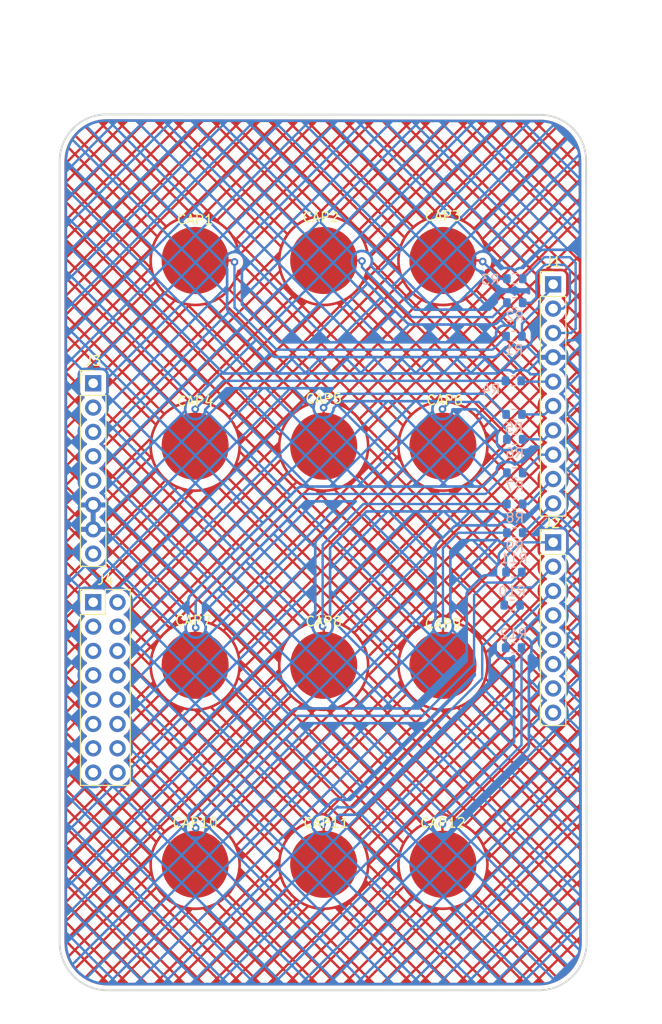
<source format=kicad_pcb>
(kicad_pcb (version 20211014) (generator pcbnew)

  (general
    (thickness 1.6)
  )

  (paper "A4")
  (layers
    (0 "F.Cu" signal)
    (31 "B.Cu" signal)
    (32 "B.Adhes" user "B.Adhesive")
    (33 "F.Adhes" user "F.Adhesive")
    (34 "B.Paste" user)
    (35 "F.Paste" user)
    (36 "B.SilkS" user "B.Silkscreen")
    (37 "F.SilkS" user "F.Silkscreen")
    (38 "B.Mask" user)
    (39 "F.Mask" user)
    (40 "Dwgs.User" user "User.Drawings")
    (41 "Cmts.User" user "User.Comments")
    (42 "Eco1.User" user "User.Eco1")
    (43 "Eco2.User" user "User.Eco2")
    (44 "Edge.Cuts" user)
    (45 "Margin" user)
    (46 "B.CrtYd" user "B.Courtyard")
    (47 "F.CrtYd" user "F.Courtyard")
    (48 "B.Fab" user)
    (49 "F.Fab" user)
    (50 "User.1" user)
    (51 "User.2" user)
    (52 "User.3" user)
    (53 "User.4" user)
    (54 "User.5" user)
    (55 "User.6" user)
    (56 "User.7" user)
    (57 "User.8" user)
    (58 "User.9" user)
  )

  (setup
    (pad_to_mask_clearance 0)
    (pcbplotparams
      (layerselection 0x00010f0_ffffffff)
      (disableapertmacros false)
      (usegerberextensions false)
      (usegerberattributes true)
      (usegerberadvancedattributes true)
      (creategerberjobfile true)
      (svguseinch false)
      (svgprecision 6)
      (excludeedgelayer true)
      (plotframeref false)
      (viasonmask false)
      (mode 1)
      (useauxorigin false)
      (hpglpennumber 1)
      (hpglpenspeed 20)
      (hpglpendiameter 15.000000)
      (dxfpolygonmode true)
      (dxfimperialunits true)
      (dxfusepcbnewfont true)
      (psnegative false)
      (psa4output false)
      (plotreference true)
      (plotvalue true)
      (plotinvisibletext false)
      (sketchpadsonfab false)
      (subtractmaskfromsilk false)
      (outputformat 1)
      (mirror false)
      (drillshape 0)
      (scaleselection 1)
      (outputdirectory "")
    )
  )

  (net 0 "")
  (net 1 "unconnected-(J4-Pad1)")
  (net 2 "unconnected-(J4-Pad2)")
  (net 3 "unconnected-(J4-Pad3)")
  (net 4 "unconnected-(J4-Pad4)")
  (net 5 "unconnected-(J4-Pad5)")
  (net 6 "unconnected-(J4-Pad6)")
  (net 7 "Net-(CAP5-Pad1)")
  (net 8 "Net-(CAP6-Pad1)")
  (net 9 "Net-(CAP7-Pad1)")
  (net 10 "unconnected-(J2-Pad4)")
  (net 11 "unconnected-(J2-Pad5)")
  (net 12 "unconnected-(J2-Pad6)")
  (net 13 "unconnected-(J2-Pad7)")
  (net 14 "unconnected-(J2-Pad8)")
  (net 15 "unconnected-(J3-Pad1)")
  (net 16 "unconnected-(J3-Pad2)")
  (net 17 "unconnected-(J3-Pad3)")
  (net 18 "unconnected-(J3-Pad4)")
  (net 19 "unconnected-(J3-Pad5)")
  (net 20 "unconnected-(J3-Pad8)")
  (net 21 "unconnected-(J4-Pad7)")
  (net 22 "unconnected-(J4-Pad8)")
  (net 23 "unconnected-(J4-Pad9)")
  (net 24 "unconnected-(J4-Pad10)")
  (net 25 "unconnected-(J4-Pad11)")
  (net 26 "unconnected-(J4-Pad12)")
  (net 27 "unconnected-(J4-Pad13)")
  (net 28 "unconnected-(J4-Pad14)")
  (net 29 "unconnected-(J4-Pad15)")
  (net 30 "unconnected-(J4-Pad16)")
  (net 31 "Net-(J1-Pad10)")
  (net 32 "Net-(J1-Pad9)")
  (net 33 "Net-(CAP10-Pad1)")
  (net 34 "Net-(CAP11-Pad1)")
  (net 35 "Net-(CAP12-Pad1)")
  (net 36 "Net-(J1-Pad5)")
  (net 37 "Net-(J1-Pad3)")
  (net 38 "Net-(J1-Pad2)")
  (net 39 "Net-(J1-Pad1)")
  (net 40 "Net-(CAP1-Pad1)")
  (net 41 "Net-(CAP2-Pad1)")
  (net 42 "Net-(CAP3-Pad1)")
  (net 43 "Net-(CAP4-Pad1)")
  (net 44 "Net-(J1-Pad8)")
  (net 45 "Net-(J1-Pad7)")
  (net 46 "Net-(J1-Pad6)")
  (net 47 "Net-(CAP8-Pad1)")
  (net 48 "Net-(CAP9-Pad1)")
  (net 49 "GND")
  (net 50 "Net-(J2-Pad1)")
  (net 51 "Net-(J2-Pad2)")
  (net 52 "Net-(J2-Pad3)")

  (footprint "InakiNagore_Library_Footprint:CapacitiveSensor" (layer "F.Cu") (at 95.5 53.721))

  (footprint "InakiNagore_Library_Footprint:CapacitiveSensor" (layer "F.Cu") (at 83.058 73.097))

  (footprint "InakiNagore_Library_Footprint:CapacitiveSensor" (layer "F.Cu") (at 83.058 53.721))

  (footprint "InakiNagore_Library_Footprint:CapacitiveSensor" (layer "F.Cu") (at 69.64 53.721))

  (footprint "Headers_2.54mm:PinHeader_1x10_P2.54mm_Vertical" (layer "F.Cu") (at 107 56.075))

  (footprint "InakiNagore_Library_Footprint:CapacitiveSensor" (layer "F.Cu") (at 83.058 95.957))

  (footprint "InakiNagore_Library_Footprint:CapacitiveSensor" (layer "F.Cu") (at 69.64 73.097))

  (footprint "InakiNagore_Library_Footprint:CapacitiveSensor" (layer "F.Cu") (at 95.5 95.957))

  (footprint "InakiNagore_Library_Footprint:CapacitiveSensor" (layer "F.Cu") (at 95.5 116.717))

  (footprint "InakiNagore_Library_Footprint:CapacitiveSensor" (layer "F.Cu") (at 83.058 116.717))

  (footprint "Headers_2.54mm:PinHeader_1x08_P2.54mm_Vertical" (layer "F.Cu") (at 59 66.4))

  (footprint "InakiNagore_Library_Footprint:CapacitiveSensor" (layer "F.Cu") (at 69.64 116.717))

  (footprint "Headers_2.54mm:PinHeader_2x08_P2.54mm_Vertical" (layer "F.Cu") (at 59 89.25))

  (footprint "InakiNagore_Library_Footprint:CapacitiveSensor" (layer "F.Cu") (at 69.64 95.957))

  (footprint "InakiNagore_Library_Footprint:CapacitiveSensor" (layer "F.Cu") (at 95.5 73.097))

  (footprint "Headers_2.54mm:PinHeader_1x08_P2.54mm_Vertical" (layer "F.Cu") (at 107 83))

  (footprint "Resistor_SMD:R_0603_1608Metric" (layer "B.Cu") (at 102.875 94 180))

  (footprint "Resistor_SMD:R_0603_1608Metric" (layer "B.Cu") (at 103 58))

  (footprint "Resistor_SMD:R_0603_1608Metric" (layer "B.Cu") (at 103 75.75))

  (footprint "Resistor_SMD:R_0603_1608Metric" (layer "B.Cu") (at 103 55.5))

  (footprint "Resistor_SMD:R_0603_1608Metric" (layer "B.Cu") (at 103 72.25))

  (footprint "Resistor_SMD:R_0603_1608Metric" (layer "B.Cu") (at 103 82))

  (footprint "Resistor_SMD:R_0603_1608Metric" (layer "B.Cu") (at 102.91 86.11 180))

  (footprint "Resistor_SMD:R_0603_1608Metric" (layer "B.Cu") (at 102.925 69.65))

  (footprint "Resistor_SMD:R_0603_1608Metric" (layer "B.Cu") (at 102.925 61.5))

  (footprint "Resistor_SMD:R_0603_1608Metric" (layer "B.Cu") (at 102.725 89.55 180))

  (footprint "Resistor_SMD:R_0603_1608Metric" (layer "B.Cu") (at 102.85 66.15))

  (footprint "Resistor_SMD:R_0603_1608Metric" (layer "B.Cu") (at 103 79))

  (gr_line (start 105.664 38.4) (end 60.4 38.349254) (layer "Edge.Cuts") (width 0.2) (tstamp 4d40271f-c35d-4222-8c5f-445b7219823e))
  (gr_arc (start 105.664 38.4) (mid 109.04397 39.80003) (end 110.444 43.18) (layer "Edge.Cuts") (width 0.2) (tstamp 58601118-5c19-46b1-b272-72f082eb2710))
  (gr_arc (start 110.5 124.734466) (mid 109.035534 128.27) (end 105.5 129.734466) (layer "Edge.Cuts") (width 0.2) (tstamp 87743836-21fe-4e50-992e-1906430dc36f))
  (gr_line (start 55.499254 43.25) (end 55.5 124.734466) (layer "Edge.Cuts") (width 0.2) (tstamp 93782ff8-57b7-4199-80d6-d24f2e58001e))
  (gr_arc (start 55.499254 43.25) (mid 56.93465 39.78465) (end 60.4 38.349254) (layer "Edge.Cuts") (width 0.2) (tstamp a9633bd9-0fdb-44ba-9ceb-ffd64f086d8d))
  (gr_arc (start 60.5 129.734466) (mid 56.964466 128.27) (end 55.5 124.734466) (layer "Edge.Cuts") (width 0.2) (tstamp bd45ea48-dbbc-4658-ae94-06d356a3a2aa))
  (gr_line (start 60.5 129.734466) (end 105.5 129.734466) (layer "Edge.Cuts") (width 0.2) (tstamp bdb172e7-6482-4691-8983-a8c281da8f64))
  (gr_line (start 110.5 124.734466) (end 110.444 43.18) (layer "Edge.Cuts") (width 0.2) (tstamp ed9545ea-edd9-4055-a2fc-145403318133))

  (segment (start 83.058 72.97) (end 83.05 72.962) (width 0.25) (layer "F.Cu") (net 7) (tstamp 6cec1c38-c667-41bd-b593-f5d14a8570cf))
  (segment (start 83.05 72.962) (end 83.05 68.95) (width 0.25) (layer "F.Cu") (net 7) (tstamp 76437d7f-b66d-406c-89e1-ef8b0e0dec48))
  (segment (start 83.2465 73.1585) (end 82.8695 72.7815) (width 0.25) (layer "F.Cu") (net 7) (tstamp e4c322a8-3bee-4627-af7f-14fab3486cb6))
  (via (at 83.05 68.95) (size 0.8) (drill 0.4) (layers "F.Cu" "B.Cu") (net 7) (tstamp 310110b5-d102-4163-b407-c0d685ce1b24))
  (segment (start 99.95 67.5) (end 102.1 69.65) (width 0.25) (layer "B.Cu") (net 7) (tstamp 896ed9de-1def-4197-a507-b6a32c5f383c))
  (segment (start 83.05 68.95) (end 84.5 67.5) (width 0.25) (layer "B.Cu") (net 7) (tstamp a553a4b0-05f0-4801-9572-27add013d985))
  (segment (start 84.5 67.5) (end 99.95 67.5) (width 0.25) (layer "B.Cu") (net 7) (tstamp f22fb06d-d6d1-46ae-9c40-ec8b4d82ff9f))
  (segment (start 95.5 69.15) (end 95.45 69.1) (width 0.25) (layer "F.Cu") (net 8) (tstamp 0e94a3ab-c4ea-498f-a165-70387f808d86))
  (segment (start 95.375 72.845) (end 95.625 73.095) (width 0.25) (layer "F.Cu") (net 8) (tstamp 74494874-eee7-4c7a-90b3-41229f3d4ad1))
  (segment (start 95.5 72.97) (end 95.5 69.15) (width 0.25) (layer "F.Cu") (net 8) (tstamp fe54a2e9-09d6-4ac0-bef5-90a80ed35702))
  (via (at 95.45 69.1) (size 0.8) (drill 0.4) (layers "F.Cu" "B.Cu") (net 8) (tstamp 824bb42d-89aa-42c6-a7aa-9058e9c90838))
  (segment (start 99.25 68.35) (end 102.175 71.275) (width 0.25) (layer "B.Cu") (net 8) (tstamp 0838b985-063e-4369-a6c6-14e374fe450e))
  (segment (start 95.45 69.1) (end 96.2 68.35) (width 0.25) (layer "B.Cu") (net 8) (tstamp 4dbea28e-9bb2-43d3-bff1-4609ff6d74b8))
  (segment (start 102.175 71.275) (end 102.175 72.25) (width 0.25) (layer "B.Cu") (net 8) (tstamp 5746f478-4da0-4313-9bc5-c21d9ac9e18e))
  (segment (start 96.2 68.35) (end 99.25 68.35) (width 0.25) (layer "B.Cu") (net 8) (tstamp 9e0ef644-9380-482f-9464-6e4e7d9197e5))
  (segment (start 69.64 95.83) (end 69.64 91.96) (width 0.25) (layer "F.Cu") (net 9) (tstamp 7cb3f40b-ba22-4774-bae6-daad7b2f7e90))
  (segment (start 69.64 91.96) (end 69.7 91.9) (width 0.25) (layer "F.Cu") (net 9) (tstamp be30f0f9-4d27-46b6-be8a-b74f3df54f3c))
  (via (at 69.7 91.9) (size 0.8) (drill 0.4) (layers "F.Cu" "B.Cu") (net 9) (tstamp b1d9580c-d4d3-4100-9a77-16646bb99353))
  (segment (start 69.7 89.1) (end 80.85 77.95) (width 0.25) (layer "B.Cu") (net 9) (tstamp 023c54ea-f210-49cd-b4e0-e8f28a89b5a6))
  (segment (start 80.85 77.95) (end 99.975 77.95) (width 0.25) (layer "B.Cu") (net 9) (tstamp 41f33ad3-d858-45f1-bb19-d20d815db876))
  (segment (start 99.975 77.95) (end 102.175 75.75) (width 0.25) (layer "B.Cu") (net 9) (tstamp 8a0f20ca-6e88-4f5e-9efb-9894a78a6642))
  (segment (start 69.7 91.9) (end 69.7 89.1) (width 0.25) (layer "B.Cu") (net 9) (tstamp dbf78c33-48df-4a5c-8aa0-36d454da30d3))
  (segment (start 103.825 82) (end 103.935 82) (width 0.25) (layer "B.Cu") (net 31) (tstamp 67fe5fcc-f3a3-4543-9e97-70391a7b5120))
  (segment (start 103.935 82) (end 107 78.935) (width 0.25) (layer "B.Cu") (net 31) (tstamp a2bf5502-e53d-429a-af3d-244dcd98c06b))
  (segment (start 104.395 79) (end 107 76.395) (width 0.25) (layer "B.Cu") (net 32) (tstamp 097c2bc4-7f68-4285-8115-2541bd00c9ac))
  (segment (start 103.825 79) (end 104.395 79) (width 0.25) (layer "B.Cu") (net 32) (tstamp c7eea8af-06cf-40a6-b2d1-1774bf0337ef))
  (segment (start 69.64 116.59) (end 69.7 116.53) (width 0.25) (layer "F.Cu") (net 33) (tstamp 07f5fa33-1d5e-4b56-92e6-274f86b80cbf))
  (segment (start 69.7 116.53) (end 69.7 112.8) (width 0.25) (layer "F.Cu") (net 33) (tstamp b3b3a1b9-44e0-44ed-9cb6-ec48f2552af4))
  (via (at 69.7 112.8) (size 0.8) (drill 0.4) (layers "F.Cu" "B.Cu") (net 33) (tstamp a26ca22c-d86b-4a02-9378-01c96b027395))
  (segment (start 100.05 87.2) (end 102.645 87.2) (width 0.25) (layer "B.Cu") (net 33) (tstamp 0a05ff04-5655-4a04-a281-225d1e0aafca))
  (segment (start 80.35 101.1) (end 93.35 101.1) (width 0.25) (layer "B.Cu") (net 33) (tstamp 878b6b33-f844-425b-8088-8ae97546a0db))
  (segment (start 93.35 101.1) (end 98.75 95.7) (width 0.25) (layer "B.Cu") (net 33) (tstamp 8f908de3-a24b-471c-aa64-425e65840d5b))
  (segment (start 102.645 87.2) (end 103.735 86.11) (width 0.25) (layer "B.Cu") (net 33) (tstamp 95abc464-3df4-4e58-bd77-eba90b750956))
  (segment (start 98.75 88.5) (end 100.05 87.2) (width 0.25) (layer "B.Cu") (net 33) (tstamp b5c3dde5-1869-4f9e-9e1b-ba5c4e096475))
  (segment (start 69.7 112.8) (end 69.7 111.75) (width 0.25) (layer "B.Cu") (net 33) (tstamp c19197ff-a3ed-4f83-ae0e-a3897e7bdd0d))
  (segment (start 69.7 111.75) (end 80.35 101.1) (width 0.25) (layer "B.Cu") (net 33) (tstamp c6151bb4-beb6-483d-8734-a5fd18c39104))
  (segment (start 98.75 95.7) (end 98.75 88.5) (width 0.25) (layer "B.Cu") (net 33) (tstamp fdca5286-5c70-4763-9b57-bd33b241334f))
  (segment (start 83.058 112.558) (end 83.058 116.59) (width 0.25) (layer "F.Cu") (net 34) (tstamp 51b5773d-3c81-45d5-b7a7-3526577ae096))
  (segment (start 82.9 112.4) (end 83.058 112.558) (width 0.25) (layer "F.Cu") (net 34) (tstamp 7ba4dc4e-c5fc-4e15-b98f-7268bb0cc664))
  (via (at 82.9 112.4) (size 0.8) (drill 0.4) (layers "F.Cu" "B.Cu") (net 34) (tstamp 413ec718-fa89-4703-9c8d-09a4b10d0deb))
  (segment (start 84.5 110.55) (end 82.9 112.15) (width 0.25) (layer "B.Cu") (net 34) (tstamp 0cebbfe0-45eb-45b6-9bd0-f1c7779e81ee))
  (segment (start 84.6 110.65) (end 84.5 110.55) (width 0.25) (layer "B.Cu") (net 34) (tstamp 140f77ac-f429-4ff6-ace2-94f5f47fe6b0))
  (segment (start 103.55 89.9) (end 99.6 93.85) (width 0.25) (layer "B.Cu") (net 34) (tstamp 37beee91-ad6f-4b38-9f66-50de0cb682be))
  (segment (start 86.15 110.65) (end 84.6 110.65) (width 0.25) (layer "B.Cu") (net 34) (tstamp 850d1439-602c-4b0b-a479-e0d70e35ee0a))
  (segment (start 99.6 97.2) (end 86.15 110.65) (width 0.25) (layer "B.Cu") (net 34) (tstamp 8d073c9a-d9ec-45b3-ae6b-2eedbe1b41d2))
  (segment (start 82.9 112.15) (end 82.9 112.4) (width 0.25) (layer "B.Cu") (net 34) (tstamp d4876746-bddf-46b2-8308-5d3ee9bb08f6))
  (segment (start 103.55 89.55) (end 103.55 89.9) (width 0.25) (layer "B.Cu") (net 34) (tstamp e112cfd2-1b2b-4487-ab45-130ac749f807))
  (segment (start 99.6 93.85) (end 99.6 97.2) (width 0.25) (layer "B.Cu") (net 34) (tstamp ede69524-ddea-4e86-94b6-4de7e586f24c))
  (segment (start 95.45 116.54) (end 95.45 112.4) (width 0.25) (layer "F.Cu") (net 35) (tstamp 5d705702-23ba-4004-9200-60a876af0b0d))
  (segment (start 95.5 116.59) (end 95.45 116.54) (width 0.25) (layer "F.Cu") (net 35) (tstamp abc84c16-ece1-4c0b-b653-fad052cb46eb))
  (via (at 95.45 112.4) (size 0.8) (drill 0.4) (layers "F.Cu" "B.Cu") (net 35) (tstamp 1f325ddb-d8b2-484b-98ee-30f0a1621acf))
  (segment (start 103.7 104.15) (end 103.7 94) (width 0.25) (layer "B.Cu") (net 35) (tstamp 14542fec-2073-4af9-b884-7884d3681d64))
  (segment (start 95.45 112.4) (end 103.7 104.15) (width 0.25) (layer "B.Cu") (net 35) (tstamp 85373e2c-8c6b-47ba-a637-8a0cda8e7b34))
  (segment (start 103.675 66.15) (end 103.76 66.235) (width 0.25) (layer "B.Cu") (net 36) (tstamp 8f4ef0b9-f29d-46c7-9734-ada2805ed68f))
  (segment (start 103.76 66.235) (end 107 66.235) (width 0.25) (layer "B.Cu") (net 36) (tstamp 91e7d8a4-683b-422a-a3df-ae5bf76c9435))
  (segment (start 109.35 53.85) (end 109.35 60.7) (width 0.25) (layer "B.Cu") (net 37) (tstamp 103806ca-b367-49d2-b039-b7f9f1d72921))
  (segment (start 106.075 53.25) (end 108.75 53.25) (width 0.25) (layer "B.Cu") (net 37) (tstamp 9d8d7bde-1411-4ced-8a1f-3f0a14f213bb))
  (segment (start 109.35 60.7) (end 108.895 61.155) (width 0.25) (layer "B.Cu") (net 37) (tstamp ad39f576-a474-4f9d-a6f5-16ff30967042))
  (segment (start 103.825 55.5) (end 106.075 53.25) (width 0.25) (layer "B.Cu") (net 37) (tstamp b3e366eb-6ca2-4eaf-bd6f-68f8b6bdecc0))
  (segment (start 108.895 61.155) (end 107 61.155) (width 0.25) (layer "B.Cu") (net 37) (tstamp c27d3e38-0441-4875-aa28-f21e9e946183))
  (segment (start 108.75 53.25) (end 109.35 53.85) (width 0.25) (layer "B.Cu") (net 37) (tstamp eaaa5bfc-b13a-4d10-83ee-d0ac4993a607))
  (segment (start 104.7 58) (end 105.25 57.45) (width 0.25) (layer "B.Cu") (net 38) (tstamp 3b0f7152-3895-451d-af55-3ad446576262))
  (segment (start 103.825 58) (end 104.7 58) (width 0.25) (layer "B.Cu") (net 38) (tstamp 3ca1a533-c429-4e93-a877-097cf953c497))
  (segment (start 108.75 57.9) (end 108.035 58.615) (width 0.25) (layer "B.Cu") (net 38) (tstamp 46523a41-a37c-4184-b0f0-37c06c0037c7))
  (segment (start 108.035 58.615) (end 107 58.615) (width 0.25) (layer "B.Cu") (net 38) (tstamp 4e662efc-eb21-43c9-bde0-ef448e2789dd))
  (segment (start 108.75 54.6) (end 108.75 57.9) (width 0.25) (layer "B.Cu") (net 38) (tstamp c6ea977c-5622-4e49-b657-48436d0b50b4))
  (segment (start 108.2 54.05) (end 108.75 54.6) (width 0.25) (layer "B.Cu") (net 38) (tstamp e0fa2d15-17ce-4439-922d-4e68895bbf00))
  (segment (start 106.1 54.05) (end 108.2 54.05) (width 0.25) (layer "B.Cu") (net 38) (tstamp e888e497-49a1-4762-a080-601d074dad4a))
  (segment (start 105.25 57.45) (end 105.25 54.9) (width 0.25) (layer "B.Cu") (net 38) (tstamp e9cbe3fd-4118-4a8e-aa72-fa737e46c859))
  (segment (start 105.25 54.9) (end 106.1 54.05) (width 0.25) (layer "B.Cu") (net 38) (tstamp ed14e9ec-5091-4be6-836e-89757f8b6e94))
  (segment (start 107 56.4) (end 107 56.075) (width 0.25) (layer "B.Cu") (net 39) (tstamp 0efb4984-7256-40d9-813a-f35ee23be926))
  (segment (start 105.55 57.85) (end 107 56.4) (width 0.25) (layer "B.Cu") (net 39) (tstamp 1f7036c4-d697-4d3f-a793-2e08929d5e71))
  (segment (start 103.75 60.20399) (end 105.55 58.40399) (width 0.25) (layer "B.Cu") (net 39) (tstamp 4ad1843a-6c99-4fac-9d03-f463849fddb8))
  (segment (start 103.75 61.5) (end 103.75 60.20399) (width 0.25) (layer "B.Cu") (net 39) (tstamp 6d9978b0-00f6-44d1-aa51-d4d5020c4cdf))
  (segment (start 105.55 58.40399) (end 105.55 57.85) (width 0.25) (layer "B.Cu") (net 39) (tstamp b2c842cc-6199-43ee-aae1-c33113e68c65))
  (segment (start 73.594 53.594) (end 73.75 53.75) (width 0.25) (layer "F.Cu") (net 40) (tstamp 03d86575-73d3-443d-aeee-ab4224454f92))
  (segment (start 69.64 53.594) (end 73.594 53.594) (width 0.25) (layer "F.Cu") (net 40) (tstamp cb0458a5-8de3-402d-bc84-e7300939b3d3))
  (via (at 73.75 53.75) (size 0.8) (drill 0.4) (layers "F.Cu" "B.Cu") (net 40) (tstamp dbe619c4-c98d-4c55-8977-bcd55599895e))
  (segment (start 73.75 53.75) (end 73.75 58.5) (width 0.25) (layer "B.Cu") (net 40) (tstamp 110979c7-1eea-415e-8ab4-b339d62f21ee))
  (segment (start 100.7 62.9) (end 102.1 61.5) (width 0.25) (layer "B.Cu") (net 40) (tstamp 1f51a2ee-802a-496d-93e6-8c33781b2f11))
  (segment (start 73.75 58.5) (end 78.15 62.9) (width 0.25) (layer "B.Cu") (net 40) (tstamp 6a01554d-d64d-47c5-9a2b-d667d94e7c2e))
  (segment (start 78.15 62.9) (end 100.7 62.9) (width 0.25) (layer "B.Cu") (net 40) (tstamp 93636442-a362-4bc1-9d36-1d279c0698f3))
  (segment (start 86.994 53.594) (end 87.05 53.65) (width 0.25) (layer "F.Cu") (net 41) (tstamp 917af90a-cc50-46da-b231-04af48f69962))
  (segment (start 83.058 53.594) (end 86.994 53.594) (width 0.25) (layer "F.Cu") (net 41) (tstamp 9bae484b-0736-4032-8e13-f5e19e85cea5))
  (via (at 87.05 53.65) (size 0.8) (drill 0.4) (layers "F.Cu" "B.Cu") (net 41) (tstamp 6cb0bfd5-1840-4256-829b-0a434e9cc4da))
  (segment (start 87.05 54.3) (end 92.25 59.5) (width 0.25) (layer "B.Cu") (net 41) (tstamp 2c502e12-19b7-4b74-9fe7-c6993bc34a59))
  (segment (start 100.675 59.5) (end 102.175 58) (width 0.25) (layer "B.Cu") (net 41) (tstamp 6897ac08-8792-42bd-a567-79892641ba71))
  (segment (start 87.05 53.65) (end 87.05 54.3) (width 0.25) (layer "B.Cu") (net 41) (tstamp 76db76de-12e8-4e99-ae11-5bd1eb7b8b1d))
  (segment (start 92.25 59.5) (end 100.675 59.5) (width 0.25) (layer "B.Cu") (net 41) (tstamp d0f71b39-e647-4db4-aed6-d2ac342ac9db))
  (segment (start 95.5 53.594) (end 99.544 53.594) (width 0.25) (layer "F.Cu") (net 42) (tstamp 16c5bcca-6d20-49e6-b5a2-bf0979818732))
  (segment (start 95.625 53.719) (end 95.375 53.469) (width 0.25) (layer "F.Cu") (net 42) (tstamp 176d72a2-e305-4876-9952-69792e35834c))
  (segment (start 99.544 53.594) (end 99.65 53.7) (width 0.25) (layer "F.Cu") (net 42) (tstamp 4cae8051-6e8c-4c95-89c1-1c735fdc3f3b))
  (via (at 99.65 53.7) (size 0.8) (drill 0.4) (layers "F.Cu" "B.Cu") (net 42) (tstamp f7702d02-1732-4664-8b69-53654c253bec))
  (segment (start 99.65 53.7) (end 101.45 55.5) (width 0.25) (layer "B.Cu") (net 42) (tstamp 3619056b-9aa5-4ba1-8172-865d6b27776a))
  (segment (start 101.45 55.5) (end 102.175 55.5) (width 0.25) (layer "B.Cu") (net 42) (tstamp d54e9ac0-c5d6-4e80-b262-97628c606355))
  (segment (start 69.64 72.97) (end 69.65 72.96) (width 0.25) (layer "F.Cu") (net 43) (tstamp 473c1a0c-70e0-4d05-b902-bd616eb7360e))
  (segment (start 69.65 72.96) (end 69.65 69.1) (width 0.25) (layer "F.Cu") (net 43) (tstamp d0a4ad72-4127-47e8-92cd-43e6b934ba89))
  (via (at 69.65 69.1) (size 0.8) (drill 0.4) (layers "F.Cu" "B.Cu") (net 43) (tstamp 92c9ecf7-1875-44c0-9340-a240ef6e8a1e))
  (segment (start 72.6 66.15) (end 102.025 66.15) (width 0.25) (layer "B.Cu") (net 43) (tstamp 52b8e218-a7cd-4fb2-83e6-4518df4190d5))
  (segment (start 69.65 69.1) (end 72.6 66.15) (width 0.25) (layer "B.Cu") (net 43) (tstamp 769d4241-97a4-44a9-8a0c-d8a3727e03c0))
  (segment (start 103.825 75.75) (end 105.72 73.855) (width 0.25) (layer "B.Cu") (net 44) (tstamp 72dd42c8-10a7-40ed-9f15-099fc9a9d56a))
  (segment (start 105.72 73.855) (end 107 73.855) (width 0.25) (layer "B.Cu") (net 44) (tstamp a8fddae8-6b84-4c55-a266-5efd2094d753))
  (segment (start 106.065 72.25) (end 107 71.315) (width 0.25) (layer "B.Cu") (net 45) (tstamp 96a36776-2275-43df-bb7e-fb07042edfba))
  (segment (start 103.825 72.25) (end 106.065 72.25) (width 0.25) (layer "B.Cu") (net 45) (tstamp a4df01e5-0b1d-453f-be97-b17ad57cec52))
  (segment (start 103.75 69.65) (end 106.125 69.65) (width 0.25) (layer "B.Cu") (net 46) (tstamp 3310aaa3-56b7-43c8-949e-38742d6195df))
  (segment (start 106.125 69.65) (end 107 68.775) (width 0.25) (layer "B.Cu") (net 46) (tstamp 5ee21a30-a82a-4998-a4f4-241895f403cb))
  (segment (start 83.058 91.858) (end 82.95 91.75) (width 0.25) (layer "F.Cu") (net 47) (tstamp 363f4553-6059-441d-9c73-378167de7d6a))
  (segment (start 83.058 95.83) (end 83.058 91.858) (width 0.25) (layer "F.Cu") (net 47) (tstamp 866e34f3-1514-4de0-8aef-6758eb670759))
  (via (at 82.95 91.75) (size 0.8) (drill 0.4) (layers "F.Cu" "B.Cu") (net 47) (tstamp 782afd3c-6d72-4b56-b920-abee4f952e3f))
  (segment (start 82.95 83.25) (end 87.2 79) (width 0.25) (layer "B.Cu") (net 47) (tstamp 1996cdca-6d48-438e-a79e-20a8562fc17a))
  (segment (start 82.95 91.75) (end 82.95 83.25) (width 0.25) (layer "B.Cu") (net 47) (tstamp 236c4e82-c07f-4465-9051-57d2d81d68b0))
  (segment (start 87.2 79) (end 102.175 79) (width 0.25) (layer "B.Cu") (net 47) (tstamp e271287f-d6fb-4c2c-8791-6b89f742f171))
  (segment (start 95.5 95.83) (end 95.5 91.7) (width 0.25) (layer "F.Cu") (net 48) (tstamp e2ba265f-626e-4e37-90e8-19e6fb721f3a))
  (via (at 95.5 91.7) (size 0.8) (drill 0.4) (layers "F.Cu" "B.Cu") (net 48) (tstamp b245dcd3-3f77-49bf-9c57-725fba3a9ab8))
  (segment (start 97.1 82) (end 102.175 82) (width 0.25) (layer "B.Cu") (net 48) (tstamp 31033ae6-4a97-45d3-821b-e974dfa22829))
  (segment (start 95.5 91.7) (end 95.5 83.6) (width 0.25) (layer "B.Cu") (net 48) (tstamp 6a2216b0-e199-46df-8064-933c2863d1ff))
  (segment (start 95.5 83.6) (end 97.1 82) (width 0.25) (layer "B.Cu") (net 48) (tstamp e35f0ebe-f867-4bc6-a4af-5be58833d4a0))
  (segment (start 103.6 83) (end 107 83) (width 0.25) (layer "B.Cu") (net 50) (tstamp 7ec5f2a8-7852-4cd2-9c13-6e9054c19aea))
  (segment (start 102.085 86.11) (end 102.085 84.515) (width 0.25) (layer "B.Cu") (net 50) (tstamp a3670bd8-dca6-46b2-a5a8-e228299e3ec9))
  (segment (start 102.085 84.515) (end 103.6 83) (width 0.25) (layer "B.Cu") (net 50) (tstamp a96a7816-21b7-4f24-a686-75acb016175a))
  (segment (start 104.84 87.7) (end 107 85.54) (width 0.25) (layer "B.Cu") (net 51) (tstamp 5dddf57a-bdda-455b-9415-c8b9b0899b17))
  (segment (start 101.9 89.55) (end 101.9 88.65) (width 0.25) (layer "B.Cu") (net 51) (tstamp 6470e223-638e-4b94-8982-9227b8769c9a))
  (segment (start 102.85 87.7) (end 104.84 87.7) (width 0.25) (layer "B.Cu") (net 51) (tstamp b8ff7cd2-7603-4b4c-87d0-1b12a8e8bedf))
  (segment (start 101.9 88.65) (end 102.85 87.7) (width 0.25) (layer "B.Cu") (net 51) (tstamp d086da3a-9c71-46f3-a0b4-5777c45f4196))
  (segment (start 102.05 94) (end 102.05 93) (width 0.25) (layer "B.Cu") (net 52) (tstamp 0d6dcb20-f37c-41b7-b419-3ed1f420a455))
  (segment (start 103.43 91.65) (end 107 88.08) (width 0.25) (layer "B.Cu") (net 52) (tstamp 231109e9-cba9-4863-bbb1-87ce924d4a20))
  (segment (start 103.4 91.65) (end 103.43 91.65) (width 0.25) (layer "B.Cu") (net 52) (tstamp 6787997d-cac1-40a5-b5b7-a248545876a6))
  (segment (start 102.05 93) (end 103.4 91.65) (width 0.25) (layer "B.Cu") (net 52) (tstamp 7cdecdbb-e78f-4a0d-92d7-fc8364a72d8a))

  (zone (net 49) (net_name "GND") (layer "F.Cu") (tstamp 60f10947-fd6c-4863-9e00-c304d72dd5c9) (hatch edge 0.508)
    (connect_pads (clearance 0.5))
    (min_thickness 0.254) (filled_areas_thickness no)
    (fill yes (mode hatch) (thermal_gap 0.508) (thermal_bridge_width 0.508)
      (hatch_thickness 0.254) (hatch_gap 1.143) (hatch_orientation 45)
      (hatch_border_algorithm hatch_thickness) (hatch_min_hole_area 0.3))
    (polygon
      (pts
        (xy 117.266007 133.251246)
        (xy 50.210007 132.743246)
        (xy 49.784 26.416)
        (xy 118.364 26.416)
      )
    )
    (filled_polygon
      (layer "F.Cu")
      (pts
        (xy 105.615088 38.899945)
        (xy 105.634328 38.901445)
        (xy 105.641529 38.902566)
        (xy 105.648958 38.903723)
        (xy 105.64896 38.903723)
        (xy 105.657829 38.905104)
        (xy 105.677236 38.902566)
        (xy 105.699394 38.901636)
        (xy 106.05309 38.917989)
        (xy 106.064679 38.919063)
        (xy 106.444684 38.972071)
        (xy 106.456124 38.97421)
        (xy 106.829616 39.062054)
        (xy 106.840792 39.065234)
        (xy 107.022696 39.126203)
        (xy 107.20459 39.187168)
        (xy 107.215442 39.191372)
        (xy 107.566435 39.34635)
        (xy 107.576853 39.351538)
        (xy 107.912034 39.538233)
        (xy 107.921928 39.544358)
        (xy 107.987167 39.589048)
        (xy 108.23847 39.761195)
        (xy 108.247758 39.768209)
        (xy 108.542942 40.013326)
        (xy 108.551542 40.021167)
        (xy 108.822833 40.292458)
        (xy 108.830674 40.301058)
        (xy 109.075791 40.596242)
        (xy 109.082805 40.60553)
        (xy 109.299641 40.922071)
        (xy 109.305767 40.931966)
        (xy 109.492462 41.267147)
        (xy 109.49765 41.277565)
        (xy 109.652628 41.628558)
        (xy 109.656832 41.63941)
        (xy 109.697449 41.760592)
        (xy 109.751904 41.923062)
        (xy 109.778763 42.003199)
        (xy 109.781948 42.014393)
        (xy 109.86979 42.387876)
        (xy 109.871929 42.399316)
        (xy 109.924937 42.779321)
        (xy 109.926011 42.79091)
        (xy 109.942025 43.137301)
        (xy 109.94066 43.162498)
        (xy 109.938896 43.173829)
        (xy 109.94006 43.182731)
        (xy 109.94006 43.182734)
        (xy 109.942964 43.204943)
        (xy 109.944028 43.221188)
        (xy 109.976021 89.813217)
        (xy 109.999966 124.685892)
        (xy 109.998466 124.70536)
        (xy 109.996277 124.71942)
        (xy 109.996277 124.719425)
        (xy 109.994896 124.728295)
        (xy 109.99606 124.737198)
        (xy 109.997502 124.748226)
        (xy 109.998446 124.770056)
        (xy 109.99243 124.907838)
        (xy 109.983116 125.121171)
        (xy 109.982158 125.132121)
        (xy 109.932353 125.510432)
        (xy 109.930446 125.521244)
        (xy 109.904006 125.64051)
        (xy 109.847857 125.893781)
        (xy 109.845012 125.904397)
        (xy 109.737922 126.244047)
        (xy 109.730273 126.268306)
        (xy 109.726517 126.278627)
        (xy 109.625775 126.52184)
        (xy 109.580488 126.631172)
        (xy 109.575842 126.641134)
        (xy 109.399656 126.979583)
        (xy 109.39416 126.989103)
        (xy 109.189143 127.310915)
        (xy 109.182839 127.319919)
        (xy 108.950545 127.622651)
        (xy 108.943479 127.631071)
        (xy 108.685698 127.912391)
        (xy 108.67793 127.920159)
        (xy 108.464726 128.115524)
        (xy 108.396605 128.177945)
        (xy 108.388188 128.185008)
        (xy 108.312372 128.243184)
        (xy 108.085453 128.417305)
        (xy 108.076449 128.423609)
        (xy 107.754637 128.628626)
        (xy 107.745118 128.634121)
        (xy 107.406659 128.810312)
        (xy 107.396715 128.81495)
        (xy 107.044161 128.960983)
        (xy 107.033848 128.964736)
        (xy 106.669932 129.079478)
        (xy 106.659321 129.082321)
        (xy 106.286778 129.164912)
        (xy 106.275974 129.166818)
        (xy 105.897655 129.216624)
        (xy 105.886706 129.217582)
        (xy 105.54293 129.232592)
        (xy 105.518048 129.231211)
        (xy 105.515046 129.230743)
        (xy 105.51504 129.230743)
        (xy 105.506171 129.229362)
        (xy 105.497269 129.230526)
        (xy 105.497266 129.230526)
        (xy 105.475275 129.233402)
        (xy 105.458938 129.234466)
        (xy 60.548703 129.234466)
        (xy 60.529319 129.232966)
        (xy 60.515043 129.230743)
        (xy 60.515041 129.230743)
        (xy 60.506171 129.229362)
        (xy 60.497268 129.230526)
        (xy 60.48624 129.231968)
        (xy 60.46441 129.232912)
        (xy 60.113294 129.217582)
        (xy 60.102345 129.216624)
        (xy 59.724026 129.166818)
        (xy 59.713222 129.164912)
        (xy 59.340679 129.082321)
        (xy 59.330068 129.079478)
        (xy 58.966152 128.964736)
        (xy 58.955839 128.960983)
        (xy 58.603285 128.81495)
        (xy 58.593341 128.810312)
        (xy 58.254882 128.634121)
        (xy 58.245363 128.628626)
        (xy 57.923551 128.423609)
        (xy 57.914547 128.417305)
        (xy 57.869085 128.382421)
        (xy 58.375183 128.382421)
        (xy 58.388833 128.391117)
        (xy 58.715549 128.561196)
        (xy 59.055892 128.702171)
        (xy 59.407172 128.812928)
        (xy 59.535501 128.841378)
        (xy 59.877138 128.499741)
        (xy 60.234933 128.499741)
        (xy 60.692258 128.957066)
        (xy 61.396884 128.957066)
        (xy 61.854209 128.499741)
        (xy 62.212003 128.499741)
        (xy 62.669328 128.957066)
        (xy 63.373953 128.957066)
        (xy 63.831278 128.499741)
        (xy 64.189074 128.499741)
        (xy 64.646399 128.957066)
        (xy 65.351025 128.957066)
        (xy 65.80835 128.499741)
        (xy 65.808349 128.49974)
        (xy 66.166145 128.49974)
        (xy 66.623471 128.957066)
        (xy 67.328096 128.957066)
        (xy 67.785421 128.499741)
        (xy 68.143215 128.499741)
        (xy 68.60054 128.957066)
        (xy 69.305166 128.957066)
        (xy 69.762491 128.499741)
        (xy 69.76249 128.49974)
        (xy 70.120286 128.49974)
        (xy 70.577612 128.957066)
        (xy 71.282237 128.957066)
        (xy 71.739562 128.499741)
        (xy 72.097356 128.499741)
        (xy 72.554681 128.957066)
        (xy 73.259307 128.957066)
        (xy 73.716632 128.499741)
        (xy 74.074427 128.499741)
        (xy 74.531752 128.957066)
        (xy 75.236378 128.957066)
        (xy 75.693703 128.499741)
        (xy 76.051497 128.499741)
        (xy 76.508822 128.957066)
        (xy 77.213447 128.957066)
        (xy 77.670772 128.499741)
        (xy 78.028568 128.499741)
        (xy 78.485893 128.957066)
        (xy 79.190519 128.957066)
        (xy 79.647844 128.499741)
        (xy 80.005638 128.499741)
        (xy 80.462963 128.957066)
        (xy 81.167588 128.957066)
        (xy 81.624913 128.499741)
        (xy 81.982709 128.499741)
        (xy 82.440034 128.957066)
        (xy 83.14466 128.957066)
        (xy 83.601985 128.499741)
        (xy 83.601984 128.49974)
        (xy 83.95978 128.49974)
        (xy 84.417106 128.957066)
        (xy 85.121731 128.957066)
        (xy 85.579056 128.499741)
        (xy 85.93685 128.499741)
        (xy 86.394175 128.957066)
        (xy 87.098801 128.957066)
        (xy 87.556126 128.499741)
        (xy 87.913921 128.499741)
        (xy 88.371246 128.957066)
        (xy 89.075872 128.957066)
        (xy 89.533197 128.499741)
        (xy 89.890991 128.499741)
        (xy 90.348316 128.957066)
        (xy 91.052942 128.957066)
        (xy 91.510267 128.499741)
        (xy 91.868062 128.499741)
        (xy 92.325387 128.957066)
        (xy 93.030013 128.957066)
        (xy 93.487338 128.499741)
        (xy 93.845132 128.499741)
        (xy 94.302457 128.957066)
        (xy 95.007082 128.957066)
        (xy 95.464407 128.499741)
        (xy 95.822203 128.499741)
        (xy 96.279528 128.957066)
        (xy 96.984154 128.957066)
        (xy 97.441479 128.499741)
        (xy 97.799273 128.499741)
        (xy 98.256598 128.957066)
        (xy 98.961223 128.957066)
        (xy 99.418548 128.499741)
        (xy 99.776344 128.499741)
        (xy 100.233669 128.957066)
        (xy 100.938295 128.957066)
        (xy 101.39562 128.499741)
        (xy 101.395619 128.49974)
        (xy 101.753415 128.49974)
        (xy 102.210741 128.957066)
        (xy 102.915366 128.957066)
        (xy 103.372691 128.499741)
        (xy 103.730485 128.499741)
        (xy 104.18781 128.957066)
        (xy 104.892436 128.957066)
        (xy 105.349761 128.499741)
        (xy 105.707556 128.499741)
        (xy 106.115912 128.908097)
        (xy 106.233206 128.892655)
        (xy 106.592828 128.812928)
        (xy 106.944108 128.702171)
        (xy 107.25189 128.574683)
        (xy 107.326832 128.499741)
        (xy 106.517194 127.690102)
        (xy 105.707556 128.499741)
        (xy 105.349761 128.499741)
        (xy 104.540123 127.690102)
        (xy 103.730485 128.499741)
        (xy 103.372691 128.499741)
        (xy 102.563053 127.690102)
        (xy 101.753415 128.49974)
        (xy 101.395619 128.49974)
        (xy 100.585982 127.690102)
        (xy 99.776344 128.499741)
        (xy 99.418548 128.499741)
        (xy 99.418549 128.49974)
        (xy 98.608911 127.690102)
        (xy 97.799273 128.499741)
        (xy 97.441479 128.499741)
        (xy 96.631841 127.690102)
        (xy 95.822203 128.499741)
        (xy 95.464407 128.499741)
        (xy 95.464408 128.49974)
        (xy 94.65477 127.690102)
        (xy 93.845132 128.499741)
        (xy 93.487338 128.499741)
        (xy 92.6777 127.690102)
        (xy 91.868062 128.499741)
        (xy 91.510267 128.499741)
        (xy 90.700629 127.690102)
        (xy 89.890991 128.499741)
        (xy 89.533197 128.499741)
        (xy 88.723559 127.690102)
        (xy 87.913921 128.499741)
        (xy 87.556126 128.499741)
        (xy 86.746488 127.690102)
        (xy 85.93685 128.499741)
        (xy 85.579056 128.499741)
        (xy 84.769418 127.690102)
        (xy 83.95978 128.49974)
        (xy 83.601984 128.49974)
        (xy 82.792347 127.690102)
        (xy 81.982709 128.499741)
        (xy 81.624913 128.499741)
        (xy 81.624914 128.49974)
        (xy 80.815276 127.690102)
        (xy 80.005638 128.499741)
        (xy 79.647844 128.499741)
        (xy 78.838206 127.690102)
        (xy 78.028568 128.499741)
        (xy 77.670772 128.499741)
        (xy 77.670773 128.49974)
        (xy 76.861135 127.690102)
        (xy 76.051497 128.499741)
        (xy 75.693703 128.499741)
        (xy 74.884065 127.690102)
        (xy 74.074427 128.499741)
        (xy 73.716632 128.499741)
        (xy 72.906994 127.690102)
        (xy 72.097356 128.499741)
        (xy 71.739562 128.499741)
        (xy 70.929924 127.690102)
        (xy 70.120286 128.49974)
        (xy 69.76249 128.49974)
        (xy 68.952853 127.690102)
        (xy 68.143215 128.499741)
        (xy 67.785421 128.499741)
        (xy 66.975783 127.690102)
        (xy 66.166145 128.49974)
        (xy 65.808349 128.49974)
        (xy 64.998712 127.690102)
        (xy 64.189074 128.499741)
        (xy 63.831278 128.499741)
        (xy 63.831279 128.49974)
        (xy 63.021641 127.690102)
        (xy 62.212003 128.499741)
        (xy 61.854209 128.499741)
        (xy 61.044571 127.690102)
        (xy 60.234933 128.499741)
        (xy 59.877138 128.499741)
        (xy 59.067501 127.690103)
        (xy 58.375183 128.382421)
        (xy 57.869085 128.382421)
        (xy 57.687628 128.243184)
        (xy 57.611812 128.185008)
        (xy 57.603395 128.177945)
        (xy 57.535274 128.115524)
        (xy 57.32207 127.920159)
        (xy 57.314302 127.912391)
        (xy 57.056521 127.631071)
        (xy 57.049455 127.622651)
        (xy 56.942475 127.483232)
        (xy 57.2973 127.483232)
        (xy 57.514357 127.720109)
        (xy 57.785924 127.968954)
        (xy 58.078183 128.193211)
        (xy 58.156624 128.243184)
        (xy 58.888603 127.511205)
        (xy 59.246397 127.511205)
        (xy 60.056036 128.320844)
        (xy 60.865674 127.511205)
        (xy 61.223468 127.511205)
        (xy 62.033106 128.320844)
        (xy 62.842744 127.511205)
        (xy 63.200539 127.511205)
        (xy 64.010177 128.320844)
        (xy 64.819815 127.511205)
        (xy 65.177609 127.511205)
        (xy 65.987247 128.320844)
        (xy 66.796885 127.511205)
        (xy 67.15468 127.511205)
        (xy 67.964318 128.320844)
        (xy 68.773956 127.511205)
        (xy 69.13175 127.511205)
        (xy 69.941388 128.320844)
        (xy 70.751027 127.511205)
        (xy 71.108821 127.511205)
        (xy 71.918459 128.320844)
        (xy 72.728097 127.511205)
        (xy 73.085891 127.511205)
        (xy 73.895529 128.320844)
        (xy 74.705168 127.511205)
        (xy 75.062962 127.511205)
        (xy 75.8726 128.320844)
        (xy 76.682238 127.511205)
        (xy 77.040032 127.511205)
        (xy 77.849671 128.320844)
        (xy 78.659309 127.511205)
        (xy 79.017103 127.511205)
        (xy 79.826741 128.320844)
        (xy 80.636379 127.511205)
        (xy 80.994174 127.511205)
        (xy 81.803812 128.320844)
        (xy 82.61345 127.511205)
        (xy 82.971244 127.511205)
        (xy 83.780882 128.320844)
        (xy 84.59052 127.511205)
        (xy 84.948315 127.511205)
        (xy 85.757953 128.320844)
        (xy 86.567591 127.511205)
        (xy 86.925385 127.511205)
        (xy 87.735023 128.320844)
        (xy 88.544662 127.511205)
        (xy 88.902456 127.511205)
        (xy 89.712094 128.320844)
        (xy 90.521732 127.511205)
        (xy 90.879526 127.511205)
        (xy 91.689165 128.320844)
        (xy 92.498803 127.511205)
        (xy 92.856597 127.511205)
        (xy 93.666235 128.320844)
        (xy 94.475873 127.511205)
        (xy 94.833667 127.511205)
        (xy 95.643306 128.320844)
        (xy 96.452944 127.511205)
        (xy 96.810738 127.511205)
        (xy 97.620376 128.320844)
        (xy 98.430014 127.511205)
        (xy 98.787809 127.511205)
        (xy 99.597447 128.320844)
        (xy 100.407085 127.511205)
        (xy 100.764879 127.511205)
        (xy 101.574517 128.320844)
        (xy 102.384156 127.511205)
        (xy 102.74195 127.511205)
        (xy 103.551588 128.320844)
        (xy 104.361226 127.511205)
        (xy 104.71902 127.511205)
        (xy 105.528658 128.320844)
        (xy 106.338297 127.511205)
        (xy 106.696091 127.511205)
        (xy 107.505729 128.320844)
        (xy 108.315367 127.511205)
        (xy 107.505729 126.701567)
        (xy 106.696091 127.511205)
        (xy 106.338297 127.511205)
        (xy 105.528658 126.701567)
        (xy 104.71902 127.511205)
        (xy 104.361226 127.511205)
        (xy 103.551588 126.701567)
        (xy 102.74195 127.511205)
        (xy 102.384156 127.511205)
        (xy 101.574517 126.701567)
        (xy 100.764879 127.511205)
        (xy 100.407085 127.511205)
        (xy 99.597447 126.701567)
        (xy 98.787809 127.511205)
        (xy 98.430014 127.511205)
        (xy 97.620376 126.701567)
        (xy 96.810738 127.511205)
        (xy 96.452944 127.511205)
        (xy 95.643306 126.701567)
        (xy 94.833667 127.511205)
        (xy 94.475873 127.511205)
        (xy 93.666235 126.701567)
        (xy 92.856597 127.511205)
        (xy 92.498803 127.511205)
        (xy 91.689165 126.701567)
        (xy 90.879526 127.511205)
        (xy 90.521732 127.511205)
        (xy 89.712094 126.701567)
        (xy 88.902456 127.511205)
        (xy 88.544662 127.511205)
        (xy 87.735023 126.701567)
        (xy 86.925385 127.511205)
        (xy 86.567591 127.511205)
        (xy 85.757953 126.701567)
        (xy 84.948315 127.511205)
        (xy 84.59052 127.511205)
        (xy 83.780882 126.701567)
        (xy 82.971244 127.511205)
        (xy 82.61345 127.511205)
        (xy 81.803812 126.701567)
        (xy 80.994174 127.511205)
        (xy 80.636379 127.511205)
        (xy 79.826741 126.701567)
        (xy 79.017103 127.511205)
        (xy 78.659309 127.511205)
        (xy 77.849671 126.701567)
        (xy 77.040032 127.511205)
        (xy 76.682238 127.511205)
        (xy 75.8726 126.701567)
        (xy 75.062962 127.511205)
        (xy 74.705168 127.511205)
        (xy 73.895529 126.701567)
        (xy 73.085891 127.511205)
        (xy 72.728097 127.511205)
        (xy 71.918459 126.701567)
        (xy 71.108821 127.511205)
        (xy 70.751027 127.511205)
        (xy 69.941388 126.701567)
        (xy 69.13175 127.511205)
        (xy 68.773956 127.511205)
        (xy 67.964318 126.701567)
        (xy 67.15468 127.511205)
        (xy 66.796885 127.511205)
        (xy 65.987247 126.701567)
        (xy 65.177609 127.511205)
        (xy 64.819815 127.511205)
        (xy 64.010177 126.701567)
        (xy 63.200539 127.511205)
        (xy 62.842744 127.511205)
        (xy 62.033106 126.701567)
        (xy 61.223468 127.511205)
        (xy 60.865674 127.511205)
        (xy 60.056036 126.701567)
        (xy 59.246397 127.511205)
        (xy 58.888603 127.511205)
        (xy 58.078965 126.701567)
        (xy 57.2973 127.483232)
        (xy 56.942475 127.483232)
        (xy 56.817161 127.319919)
        (xy 56.810857 127.310915)
        (xy 56.60584 126.989103)
        (xy 56.600344 126.979583)
        (xy 56.424158 126.641134)
        (xy 56.419512 126.631172)
        (xy 56.374226 126.52184)
        (xy 56.273483 126.278627)
        (xy 56.269727 126.268306)
        (xy 56.262079 126.244047)
        (xy 56.559415 126.244047)
        (xy 56.67327 126.518917)
        (xy 56.843349 126.845633)
        (xy 57.041255 127.156283)
        (xy 57.13903 127.283708)
        (xy 57.900068 126.52267)
        (xy 58.257862 126.52267)
        (xy 59.0675 127.332308)
        (xy 59.877138 126.52267)
        (xy 60.234933 126.52267)
        (xy 61.044571 127.332308)
        (xy 61.854209 126.52267)
        (xy 62.212003 126.52267)
        (xy 63.021641 127.332308)
        (xy 63.83128 126.52267)
        (xy 64.189074 126.52267)
        (xy 64.998712 127.332308)
        (xy 65.80835 126.52267)
        (xy 66.166144 126.52267)
        (xy 66.975783 127.332308)
        (xy 67.785421 126.52267)
        (xy 68.143215 126.52267)
        (xy 68.952853 127.332308)
        (xy 69.762491 126.52267)
        (xy 70.120285 126.52267)
        (xy 70.929924 127.332308)
        (xy 71.739562 126.52267)
        (xy 72.097356 126.52267)
        (xy 72.906994 127.332308)
        (xy 73.716632 126.52267)
        (xy 74.074427 126.52267)
        (xy 74.884065 127.332308)
        (xy 75.693703 126.52267)
        (xy 76.051497 126.52267)
        (xy 76.861135 127.332308)
        (xy 77.670774 126.52267)
        (xy 78.028568 126.52267)
        (xy 78.838206 127.332308)
        (xy 79.647844 126.52267)
        (xy 80.005638 126.52267)
        (xy 80.815276 127.332308)
        (xy 81.624915 126.52267)
        (xy 81.982709 126.52267)
        (xy 82.792347 127.332308)
        (xy 83.601985 126.52267)
        (xy 83.959779 126.52267)
        (xy 84.769418 127.332308)
        (xy 85.579056 126.52267)
        (xy 85.93685 126.52267)
        (xy 86.746488 127.332308)
        (xy 87.556126 126.52267)
        (xy 87.913921 126.52267)
        (xy 88.723559 127.332308)
        (xy 89.533197 126.52267)
        (xy 89.890991 126.52267)
        (xy 90.700629 127.332308)
        (xy 91.510267 126.52267)
        (xy 91.868062 126.52267)
        (xy 92.6777 127.332308)
        (xy 93.487338 126.52267)
        (xy 93.845132 126.52267)
        (xy 94.65477 127.332308)
        (xy 95.464409 126.52267)
        (xy 95.822203 126.52267)
        (xy 96.631841 127.332308)
        (xy 97.441479 126.52267)
        (xy 97.799273 126.52267)
        (xy 98.608911 127.332308)
        (xy 99.41855 126.52267)
        (xy 99.776344 126.52267)
        (xy 100.585982 127.332308)
        (xy 101.39562 126.52267)
        (xy 101.753414 126.52267)
        (xy 102.563053 127.332308)
        (xy 103.372691 126.52267)
        (xy 103.730485 126.52267)
        (xy 104.540123 127.332308)
        (xy 105.349761 126.52267)
        (xy 105.707556 126.52267)
        (xy 106.517194 127.332308)
        (xy 107.326832 126.52267)
        (xy 107.684626 126.52267)
        (xy 108.494264 127.332308)
        (xy 109.303902 126.52267)
        (xy 108.494264 125.713032)
        (xy 107.684626 126.52267)
        (xy 107.326832 126.52267)
        (xy 106.517194 125.713032)
        (xy 105.707556 126.52267)
        (xy 105.349761 126.52267)
        (xy 104.540123 125.713032)
        (xy 103.730485 126.52267)
        (xy 103.372691 126.52267)
        (xy 102.563053 125.713032)
        (xy 101.753414 126.52267)
        (xy 101.39562 126.52267)
        (xy 100.585982 125.713032)
        (xy 99.776344 126.52267)
        (xy 99.41855 126.52267)
        (xy 98.608911 125.713032)
        (xy 97.799273 126.52267)
        (xy 97.441479 126.52267)
        (xy 96.631841 125.713032)
        (xy 95.822203 126.52267)
        (xy 95.464409 126.52267)
        (xy 94.65477 125.713032)
        (xy 93.845132 126.52267)
        (xy 93.487338 126.52267)
        (xy 92.6777 125.713032)
        (xy 91.868062 126.52267)
        (xy 91.510267 126.52267)
        (xy 90.700629 125.713032)
        (xy 89.890991 126.52267)
        (xy 89.533197 126.52267)
        (xy 88.723559 125.713032)
        (xy 87.913921 126.52267)
        (xy 87.556126 126.52267)
        (xy 86.746488 125.713032)
        (xy 85.93685 126.52267)
        (xy 85.579056 126.52267)
        (xy 84.769418 125.713032)
        (xy 83.959779 126.52267)
        (xy 83.601985 126.52267)
        (xy 82.792347 125.713032)
        (xy 81.982709 126.52267)
        (xy 81.624915 126.52267)
        (xy 80.815276 125.713032)
        (xy 80.005638 126.52267)
        (xy 79.647844 126.52267)
        (xy 78.838206 125.713032)
        (xy 78.028568 126.52267)
        (xy 77.670774 126.52267)
        (xy 76.861135 125.713032)
        (xy 76.051497 126.52267)
        (xy 75.693703 126.52267)
        (xy 74.884065 125.713032)
        (xy 74.074427 126.52267)
        (xy 73.716632 126.52267)
        (xy 72.906994 125.713032)
        (xy 72.097356 126.52267)
        (xy 71.739562 126.52267)
        (xy 70.929924 125.713032)
        (xy 70.120285 126.52267)
        (xy 69.762491 126.52267)
        (xy 68.952853 125.713032)
        (xy 68.143215 126.52267)
        (xy 67.785421 126.52267)
        (xy 66.975783 125.713032)
        (xy 66.166144 126.52267)
        (xy 65.80835 126.52267)
        (xy 64.998712 125.713032)
        (xy 64.189074 126.52267)
        (xy 63.83128 126.52267)
        (xy 63.021641 125.713032)
        (xy 62.212003 126.52267)
        (xy 61.854209 126.52267)
        (xy 61.044571 125.713032)
        (xy 60.234933 126.52267)
        (xy 59.877138 126.52267)
        (xy 59.0675 125.713032)
        (xy 58.257862 126.52267)
        (xy 57.900068 126.52267)
        (xy 57.09043 125.713032)
        (xy 56.559415 126.244047)
        (xy 56.262079 126.244047)
        (xy 56.154988 125.904397)
        (xy 56.152143 125.893781)
        (xy 56.095994 125.64051)
        (xy 56.069554 125.521244)
        (xy 56.067647 125.510432)
        (xy 56.017842 125.132121)
        (xy 56.016884 125.121171)
        (xy 56.009604 124.954429)
        (xy 56.00757 124.907838)
        (xy 56.285234 124.907838)
        (xy 56.293732 125.102466)
        (xy 56.341811 125.467672)
        (xy 56.421538 125.827294)
        (xy 56.468722 125.976946)
        (xy 56.911532 125.534136)
        (xy 56.911531 125.534135)
        (xy 57.269327 125.534135)
        (xy 58.078965 126.343773)
        (xy 58.888603 125.534135)
        (xy 59.246397 125.534135)
        (xy 60.056036 126.343773)
        (xy 60.865674 125.534135)
        (xy 61.223468 125.534135)
        (xy 62.033106 126.343773)
        (xy 62.842744 125.534135)
        (xy 63.200539 125.534135)
        (xy 64.010177 126.343773)
        (xy 64.819815 125.534135)
        (xy 65.177609 125.534135)
        (xy 65.987247 126.343773)
        (xy 66.796885 125.534135)
        (xy 67.15468 125.534135)
        (xy 67.964318 126.343773)
        (xy 68.773956 125.534135)
        (xy 69.13175 125.534135)
        (xy 69.941388 126.343773)
        (xy 70.751027 125.534135)
        (xy 71.108821 125.534135)
        (xy 71.918459 126.343773)
        (xy 72.728097 125.534135)
        (xy 73.085891 125.534135)
        (xy 73.895529 126.343773)
        (xy 74.705168 125.534135)
        (xy 75.062962 125.534135)
        (xy 75.8726 126.343773)
        (xy 76.682238 125.534135)
        (xy 77.040032 125.534135)
        (xy 77.849671 126.343773)
        (xy 78.659309 125.534135)
        (xy 79.017103 125.534135)
        (xy 79.826741 126.343773)
        (xy 80.636379 125.534135)
        (xy 80.994174 125.534135)
        (xy 81.803812 126.343773)
        (xy 82.61345 125.534135)
        (xy 82.971244 125.534135)
        (xy 83.780882 126.343773)
        (xy 84.59052 125.534135)
        (xy 84.948315 125.534135)
        (xy 85.757953 126.343773)
        (xy 86.567591 125.534135)
        (xy 86.925385 125.534135)
        (xy 87.735023 126.343773)
        (xy 88.544662 125.534135)
        (xy 88.902456 125.534135)
        (xy 89.712094 126.343773)
        (xy 90.521732 125.534135)
        (xy 90.879526 125.534135)
        (xy 91.689165 126.343773)
        (xy 92.498803 125.534135)
        (xy 92.856597 125.534135)
        (xy 93.666235 126.343773)
        (xy 94.475873 125.534135)
        (xy 94.833667 125.534135)
        (xy 95.643306 126.343773)
        (xy 96.452944 125.534135)
        (xy 96.810738 125.534135)
        (xy 97.620376 126.343773)
        (xy 98.430014 125.534135)
        (xy 98.787809 125.534135)
        (xy 99.597447 126.343773)
        (xy 100.407085 125.534135)
        (xy 100.764879 125.534135)
        (xy 101.574517 126.343773)
        (xy 102.384156 125.534135)
        (xy 102.74195 125.534135)
        (xy 103.551588 126.343773)
        (xy 104.361226 125.534135)
        (xy 104.71902 125.534135)
        (xy 105.528658 126.343773)
        (xy 106.338297 125.534135)
        (xy 106.696091 125.534135)
        (xy 107.505729 126.343773)
        (xy 108.315367 125.534135)
        (xy 108.315366 125.534134)
        (xy 108.673162 125.534134)
        (xy 109.423741 126.284713)
        (xy 109.467705 126.178574)
        (xy 109.578462 125.827294)
        (xy 109.658189 125.467672)
        (xy 109.706268 125.102466)
        (xy 109.712732 124.954429)
        (xy 109.4828 124.724497)
        (xy 108.673162 125.534134)
        (xy 108.315366 125.534134)
        (xy 107.505729 124.724497)
        (xy 106.696091 125.534135)
        (xy 106.338297 125.534135)
        (xy 105.528658 124.724497)
        (xy 104.71902 125.534135)
        (xy 104.361226 125.534135)
        (xy 103.551588 124.724497)
        (xy 102.74195 125.534135)
        (xy 102.384156 125.534135)
        (xy 101.574517 124.724497)
        (xy 100.764879 125.534135)
        (xy 100.407085 125.534135)
        (xy 99.597447 124.724497)
        (xy 98.787809 125.534135)
        (xy 98.430014 125.534135)
        (xy 97.620376 124.724497)
        (xy 96.810738 125.534135)
        (xy 96.452944 125.534135)
        (xy 95.643306 124.724497)
        (xy 94.833667 125.534135)
        (xy 94.475873 125.534135)
        (xy 93.666235 124.724497)
        (xy 92.856597 125.534135)
        (xy 92.498803 125.534135)
        (xy 91.689165 124.724497)
        (xy 90.879526 125.534135)
        (xy 90.521732 125.534135)
        (xy 89.712094 124.724497)
        (xy 88.902456 125.534135)
        (xy 88.544662 125.534135)
        (xy 87.735023 124.724497)
        (xy 86.925385 125.534135)
        (xy 86.567591 125.534135)
        (xy 85.757953 124.724497)
        (xy 84.948315 125.534135)
        (xy 84.59052 125.534135)
        (xy 83.780882 124.724497)
        (xy 82.971244 125.534135)
        (xy 82.61345 125.534135)
        (xy 81.803812 124.724497)
        (xy 80.994174 125.534135)
        (xy 80.636379 125.534135)
        (xy 79.826741 124.724497)
        (xy 79.017103 125.534135)
        (xy 78.659309 125.534135)
        (xy 77.849671 124.724497)
        (xy 77.040032 125.534135)
        (xy 76.682238 125.534135)
        (xy 75.8726 124.724497)
        (xy 75.062962 125.534135)
        (xy 74.705168 125.534135)
        (xy 73.895529 124.724497)
        (xy 73.085891 125.534135)
        (xy 72.728097 125.534135)
        (xy 71.918459 124.724497)
        (xy 71.108821 125.534135)
        (xy 70.751027 125.534135)
        (xy 69.941388 124.724497)
        (xy 69.13175 125.534135)
        (xy 68.773956 125.534135)
        (xy 67.964318 124.724497)
        (xy 67.15468 125.534135)
        (xy 66.796885 125.534135)
        (xy 65.987247 124.724497)
        (xy 65.177609 125.534135)
        (xy 64.819815 125.534135)
        (xy 64.010177 124.724497)
        (xy 63.200539 125.534135)
        (xy 62.842744 125.534135)
        (xy 62.033106 124.724497)
        (xy 61.223468 125.534135)
        (xy 60.865674 125.534135)
        (xy 60.056036 124.724497)
        (xy 59.246397 125.534135)
        (xy 58.888603 125.534135)
        (xy 58.078965 124.724497)
        (xy 57.269327 125.534135)
        (xy 56.911531 125.534135)
        (xy 56.285234 124.907838)
        (xy 56.00757 124.907838)
        (xy 56.002036 124.781105)
        (xy 56.003663 124.7547)
        (xy 56.004185 124.751601)
        (xy 56.004185 124.751595)
        (xy 56.004991 124.746808)
        (xy 56.005142 124.734466)
        (xy 56.003715 124.724497)
        (xy 56.001272 124.707444)
        (xy 55.999999 124.689582)
        (xy 55.999998 124.5456)
        (xy 56.280792 124.5456)
        (xy 57.09043 125.355238)
        (xy 57.900068 124.5456)
        (xy 58.257862 124.5456)
        (xy 59.0675 125.355238)
        (xy 59.877138 124.5456)
        (xy 60.234933 124.5456)
        (xy 61.044571 125.355238)
        (xy 61.854209 124.5456)
        (xy 62.212003 124.5456)
        (xy 63.021641 125.355238)
        (xy 63.83128 124.5456)
        (xy 64.189074 124.5456)
        (xy 64.998712 125.355238)
        (xy 65.80835 124.5456)
        (xy 66.166144 124.5456)
        (xy 66.975783 125.355238)
        (xy 67.785421 124.5456)
        (xy 68.143215 124.5456)
        (xy 68.952853 125.355238)
        (xy 69.762491 124.5456)
        (xy 70.120285 124.5456)
        (xy 70.929924 125.355238)
        (xy 71.739562 124.5456)
        (xy 72.097356 124.5456)
        (xy 72.906994 125.355238)
        (xy 73.716632 124.5456)
        (xy 74.074427 124.5456)
        (xy 74.884065 125.355238)
        (xy 75.693703 124.5456)
        (xy 76.051497 124.5456)
        (xy 76.861135 125.355238)
        (xy 77.670774 124.5456)
        (xy 78.028568 124.5456)
        (xy 78.838206 125.355238)
        (xy 79.647844 124.5456)
        (xy 80.005638 124.5456)
        (xy 80.815276 125.355238)
        (xy 81.624915 124.5456)
        (xy 81.982709 124.5456)
        (xy 82.792347 125.355238)
        (xy 83.601985 124.5456)
        (xy 83.959779 124.5456)
        (xy 84.769418 125.355238)
        (xy 85.579056 124.5456)
        (xy 85.93685 124.5456)
        (xy 86.746488 125.355238)
        (xy 87.556126 124.5456)
        (xy 87.913921 124.5456)
        (xy 88.723559 125.355238)
        (xy 89.533197 124.5456)
        (xy 89.890991 124.5456)
        (xy 90.700629 125.355238)
        (xy 91.510267 124.5456)
        (xy 91.868062 124.5456)
        (xy 92.6777 125.355238)
        (xy 93.487338 124.5456)
        (xy 93.845132 124.5456)
        (xy 94.65477 125.355238)
        (xy 95.464409 124.5456)
        (xy 95.822203 124.5456)
        (xy 96.631841 125.355238)
        (xy 97.441479 124.5456)
        (xy 97.799273 124.5456)
        (xy 98.608911 125.355238)
        (xy 99.41855 124.5456)
        (xy 99.776344 124.5456)
        (xy 100.585982 125.355238)
        (xy 101.39562 124.5456)
        (xy 101.753414 124.5456)
        (xy 102.563053 125.355238)
        (xy 103.372691 124.5456)
        (xy 103.730485 124.5456)
        (xy 104.540123 125.355238)
        (xy 105.349761 124.5456)
        (xy 105.707556 124.5456)
        (xy 106.517194 125.355238)
        (xy 107.326832 124.5456)
        (xy 107.684626 124.5456)
        (xy 108.494264 125.355238)
        (xy 109.303902 124.5456)
        (xy 108.494264 123.735961)
        (xy 107.684626 124.5456)
        (xy 107.326832 124.5456)
        (xy 106.517194 123.735961)
        (xy 105.707556 124.5456)
        (xy 105.349761 124.5456)
        (xy 104.540123 123.735961)
        (xy 103.730485 124.5456)
        (xy 103.372691 124.5456)
        (xy 102.563053 123.735961)
        (xy 101.753414 124.5456)
        (xy 101.39562 124.5456)
        (xy 100.585982 123.735961)
        (xy 99.776344 124.5456)
        (xy 99.41855 124.5456)
        (xy 98.608911 123.735961)
        (xy 97.799273 124.5456)
        (xy 97.441479 124.5456)
        (xy 96.631841 123.735961)
        (xy 95.822203 124.5456)
        (xy 95.464409 124.5456)
        (xy 94.65477 123.735961)
        (xy 93.845132 124.5456)
        (xy 93.487338 124.5456)
        (xy 92.6777 123.735961)
        (xy 91.868062 124.5456)
        (xy 91.510267 124.5456)
        (xy 90.700629 123.735961)
        (xy 89.890991 124.5456)
        (xy 89.533197 124.5456)
        (xy 88.723559 123.735961)
        (xy 87.913921 124.5456)
        (xy 87.556126 124.5456)
        (xy 86.746488 123.735961)
        (xy 85.93685 124.5456)
        (xy 85.579056 124.5456)
        (xy 84.769418 123.735961)
        (xy 83.959779 124.5456)
        (xy 83.601985 124.5456)
        (xy 82.792347 123.735961)
        (xy 81.982709 124.5456)
        (xy 81.624915 124.5456)
        (xy 80.815276 123.735961)
        (xy 80.005638 124.5456)
        (xy 79.647844 124.5456)
        (xy 78.838206 123.735961)
        (xy 78.028568 124.5456)
        (xy 77.670774 124.5456)
        (xy 76.861135 123.735961)
        (xy 76.051497 124.5456)
        (xy 75.693703 124.5456)
        (xy 74.884065 123.735961)
        (xy 74.074427 124.5456)
        (xy 73.716632 124.5456)
        (xy 72.906994 123.735961)
        (xy 72.097356 124.5456)
        (xy 71.739562 124.5456)
        (xy 70.929924 123.735961)
        (xy 70.120285 124.5456)
        (xy 69.762491 124.5456)
        (xy 68.952853 123.735961)
        (xy 68.143215 124.5456)
        (xy 67.785421 124.5456)
        (xy 66.975783 123.735961)
        (xy 66.166144 124.5456)
        (xy 65.80835 124.5456)
        (xy 64.998712 123.735961)
        (xy 64.189074 124.5456)
        (xy 63.83128 124.5456)
        (xy 63.021641 123.735961)
        (xy 62.212003 124.5456)
        (xy 61.854209 124.5456)
        (xy 61.044571 123.735961)
        (xy 60.234933 124.5456)
        (xy 59.877138 124.5456)
        (xy 59.0675 123.735961)
        (xy 58.257862 124.5456)
        (xy 57.900068 124.5456)
        (xy 57.090431 123.735962)
        (xy 56.280792 124.5456)
        (xy 55.999998 124.5456)
        (xy 55.999982 122.922916)
        (xy 56.277383 122.922916)
        (xy 56.277394 124.191201)
        (xy 56.911532 123.557064)
        (xy 57.269327 123.557064)
        (xy 58.078965 124.366702)
        (xy 58.888603 123.557064)
        (xy 59.246397 123.557064)
        (xy 60.056036 124.366702)
        (xy 60.865674 123.557064)
        (xy 61.223468 123.557064)
        (xy 62.033106 124.366702)
        (xy 62.842744 123.557064)
        (xy 63.200539 123.557064)
        (xy 64.010177 124.366702)
        (xy 64.819815 123.557064)
        (xy 65.177609 123.557064)
        (xy 65.987247 124.366702)
        (xy 66.796885 123.557064)
        (xy 67.15468 123.557064)
        (xy 67.964318 124.366702)
        (xy 68.773956 123.557064)
        (xy 69.13175 123.557064)
        (xy 69.941388 124.366702)
        (xy 70.751027 123.557064)
        (xy 71.108821 123.557064)
        (xy 71.918459 124.366702)
        (xy 72.728097 123.557064)
        (xy 73.085891 123.557064)
        (xy 73.895529 124.366702)
        (xy 74.705168 123.557064)
        (xy 75.062962 123.557064)
        (xy 75.8726 124.366702)
        (xy 76.682238 123.557064)
        (xy 77.040032 123.557064)
        (xy 77.849671 124.366702)
        (xy 78.659309 123.557064)
        (xy 79.017103 123.557064)
        (xy 79.826741 124.366702)
        (xy 80.636379 123.557064)
        (xy 80.994174 123.557064)
        (xy 81.803812 124.366702)
        (xy 82.61345 123.557064)
        (xy 82.971244 123.557064)
        (xy 83.780882 124.366702)
        (xy 84.59052 123.557064)
        (xy 84.948315 123.557064)
        (xy 85.757953 124.366702)
        (xy 86.567591 123.557064)
        (xy 86.925385 123.557064)
        (xy 87.735023 124.366702)
        (xy 88.544662 123.557064)
        (xy 88.902456 123.557064)
        (xy 89.712094 124.366702)
        (xy 90.521732 123.557064)
        (xy 90.879526 123.557064)
        (xy 91.689165 124.366702)
        (xy 92.498803 123.557064)
        (xy 92.856597 123.557064)
        (xy 93.666235 124.366702)
        (xy 94.475873 123.557064)
        (xy 94.833667 123.557064)
        (xy 95.643306 124.366702)
        (xy 96.452944 123.557064)
        (xy 96.810738 123.557064)
        (xy 97.620376 124.366702)
        (xy 98.430014 123.557064)
        (xy 98.787809 123.557064)
        (xy 99.597447 124.366702)
        (xy 100.407085 123.557064)
        (xy 100.764879 123.557064)
        (xy 101.574517 124.366702)
        (xy 102.384156 123.557064)
        (xy 102.74195 123.557064)
        (xy 103.551588 124.366702)
        (xy 104.361226 123.557064)
        (xy 104.71902 123.557064)
        (xy 105.528658 124.366702)
        (xy 106.338297 123.557064)
        (xy 106.696091 123.557064)
        (xy 107.505729 124.366702)
        (xy 108.315367 123.557064)
        (xy 108.673161 123.557064)
        (xy 109.4828 124.366702)
        (xy 109.722183 124.127319)
        (xy 109.721399 122.986025)
        (xy 109.4828 122.747426)
        (xy 108.673161 123.557064)
        (xy 108.315367 123.557064)
        (xy 107.505729 122.747426)
        (xy 106.696091 123.557064)
        (xy 106.338297 123.557064)
        (xy 105.528658 122.747426)
        (xy 104.71902 123.557064)
        (xy 104.361226 123.557064)
        (xy 103.551588 122.747426)
        (xy 102.74195 123.557064)
        (xy 102.384156 123.557064)
        (xy 101.574517 122.747426)
        (xy 100.764879 123.557064)
        (xy 100.407085 123.557064)
        (xy 99.597447 122.747426)
        (xy 98.787809 123.557064)
        (xy 98.430014 123.557064)
        (xy 97.620376 122.747426)
        (xy 96.810738 123.557064)
        (xy 96.452944 123.557064)
        (xy 95.643306 122.747426)
        (xy 94.833667 123.557064)
        (xy 94.475873 123.557064)
        (xy 93.666235 122.747426)
        (xy 92.856597 123.557064)
        (xy 92.498803 123.557064)
        (xy 91.689165 122.747426)
        (xy 90.879526 123.557064)
        (xy 90.521732 123.557064)
        (xy 89.712094 122.747426)
        (xy 88.902456 123.557064)
        (xy 88.544662 123.557064)
        (xy 87.735023 122.747426)
        (xy 86.925385 123.557064)
        (xy 86.567591 123.557064)
        (xy 85.757953 122.747426)
        (xy 84.948315 123.557064)
        (xy 84.59052 123.557064)
        (xy 83.780882 122.747426)
        (xy 82.971244 123.557064)
        (xy 82.61345 123.557064)
        (xy 81.803812 122.747426)
        (xy 80.994174 123.557064)
        (xy 80.636379 123.557064)
        (xy 79.826741 122.747426)
        (xy 79.017103 123.557064)
        (xy 78.659309 123.557064)
        (xy 77.849671 122.747426)
        (xy 77.040032 123.557064)
        (xy 76.682238 123.557064)
        (xy 75.8726 122.747426)
        (xy 75.062962 123.557064)
        (xy 74.705168 123.557064)
        (xy 73.895529 122.747426)
        (xy 73.085891 123.557064)
        (xy 72.728097 123.557064)
        (xy 71.918459 122.747426)
        (xy 71.108821 123.557064)
        (xy 70.751027 123.557064)
        (xy 69.941388 122.747426)
        (xy 69.13175 123.557064)
        (xy 68.773956 123.557064)
        (xy 67.964318 122.747426)
        (xy 67.15468 123.557064)
        (xy 66.796885 123.557064)
        (xy 65.987247 122.747426)
        (xy 65.177609 123.557064)
        (xy 64.819815 123.557064)
        (xy 64.010177 122.747426)
        (xy 63.200539 123.557064)
        (xy 62.842744 123.557064)
        (xy 62.033106 122.747426)
        (xy 61.223468 123.557064)
        (xy 60.865674 123.557064)
        (xy 60.056036 122.747426)
        (xy 59.246397 123.557064)
        (xy 58.888603 123.557064)
        (xy 58.078965 122.747426)
        (xy 57.269327 123.557064)
        (xy 56.911532 123.557064)
        (xy 56.277383 122.922916)
        (xy 55.999982 122.922916)
        (xy 55.999979 122.568529)
        (xy 56.280792 122.568529)
        (xy 57.09043 123.378167)
        (xy 57.900068 122.568529)
        (xy 58.257862 122.568529)
        (xy 59.0675 123.378167)
        (xy 59.877138 122.568529)
        (xy 60.234933 122.568529)
        (xy 61.044571 123.378167)
        (xy 61.854209 122.568529)
        (xy 62.212003 122.568529)
        (xy 63.021641 123.378167)
        (xy 63.83128 122.568529)
        (xy 64.189074 122.568529)
        (xy 64.998712 123.378167)
        (xy 65.80835 122.568529)
        (xy 66.166144 122.568529)
        (xy 66.975783 123.378167)
        (xy 67.785421 122.568529)
        (xy 68.143215 122.568529)
        (xy 68.952853 123.378167)
        (xy 69.762491 122.568529)
        (xy 70.120285 122.568529)
        (xy 70.929924 123.378167)
        (xy 71.739562 122.568529)
        (xy 72.097356 122.568529)
        (xy 72.906994 123.378167)
        (xy 73.716632 122.568529)
        (xy 74.074427 122.568529)
        (xy 74.884065 123.378167)
        (xy 75.693703 122.568529)
        (xy 76.051497 122.568529)
        (xy 76.861135 123.378167)
        (xy 77.670774 122.568529)
        (xy 78.028568 122.568529)
        (xy 78.838206 123.378167)
        (xy 79.647844 122.568529)
        (xy 80.005638 122.568529)
        (xy 80.815276 123.378167)
        (xy 81.624915 122.568529)
        (xy 81.982709 122.568529)
        (xy 82.792347 123.378167)
        (xy 83.601985 122.568529)
        (xy 83.959779 122.568529)
        (xy 84.769418 123.378167)
        (xy 85.579056 122.568529)
        (xy 85.93685 122.568529)
        (xy 86.746488 123.378167)
        (xy 87.556126 122.568529)
        (xy 87.913921 122.568529)
        (xy 88.723559 123.378167)
        (xy 89.533197 122.568529)
        (xy 89.890991 122.568529)
        (xy 90.700629 123.378167)
        (xy 91.510267 122.568529)
        (xy 91.868062 122.568529)
        (xy 92.6777 123.378167)
        (xy 93.487338 122.568529)
        (xy 93.845132 122.568529)
        (xy 94.65477 123.378167)
        (xy 95.464409 122.568529)
        (xy 95.822203 122.568529)
        (xy 96.631841 123.378167)
        (xy 97.441479 122.568529)
        (xy 97.799273 122.568529)
        (xy 98.608911 123.378167)
        (xy 99.41855 122.568529)
        (xy 99.776344 122.568529)
        (xy 100.585982 123.378167)
        (xy 101.39562 122.568529)
        (xy 101.753414 122.568529)
        (xy 102.563053 123.378167)
        (xy 103.372691 122.568529)
        (xy 103.730485 122.568529)
        (xy 104.540123 123.378167)
        (xy 105.349761 122.568529)
        (xy 105.707556 122.568529)
        (xy 106.517194 123.378167)
        (xy 107.326832 122.568529)
        (xy 107.684626 122.568529)
        (xy 108.494264 123.378167)
        (xy 109.303902 122.568529)
        (xy 108.494264 121.758891)
        (xy 107.684626 122.568529)
        (xy 107.326832 122.568529)
        (xy 106.517194 121.758891)
        (xy 105.707556 122.568529)
        (xy 105.349761 122.568529)
        (xy 104.540123 121.758891)
        (xy 103.730485 122.568529)
        (xy 103.372691 122.568529)
        (xy 102.563053 121.758891)
        (xy 101.753414 122.568529)
        (xy 101.39562 122.568529)
        (xy 100.585982 121.758891)
        (xy 99.776344 122.568529)
        (xy 99.41855 122.568529)
        (xy 98.608911 121.758891)
        (xy 97.799273 122.568529)
        (xy 97.441479 122.568529)
        (xy 96.631841 121.758891)
        (xy 95.822203 122.568529)
        (xy 95.464409 122.568529)
        (xy 94.65477 121.758891)
        (xy 93.845132 122.568529)
        (xy 93.487338 122.568529)
        (xy 92.6777 121.758891)
        (xy 91.868062 122.568529)
        (xy 91.510267 122.568529)
        (xy 90.700629 121.758891)
        (xy 89.890991 122.568529)
        (xy 89.533197 122.568529)
        (xy 88.723559 121.758891)
        (xy 87.913921 122.568529)
        (xy 87.556126 122.568529)
        (xy 86.746488 121.758891)
        (xy 85.93685 122.568529)
        (xy 85.579056 122.568529)
        (xy 84.769418 121.758891)
        (xy 83.959779 122.568529)
        (xy 83.601985 122.568529)
        (xy 82.792347 121.758891)
        (xy 81.982709 122.568529)
        (xy 81.624915 122.568529)
        (xy 80.815276 121.758891)
        (xy 80.005638 122.568529)
        (xy 79.647844 122.568529)
        (xy 78.838206 121.758891)
        (xy 78.028568 122.568529)
        (xy 77.670774 122.568529)
        (xy 76.861135 121.758891)
        (xy 76.051497 122.568529)
        (xy 75.693703 122.568529)
        (xy 74.884065 121.758891)
        (xy 74.074427 122.568529)
        (xy 73.716632 122.568529)
        (xy 72.906994 121.758891)
        (xy 72.097356 122.568529)
        (xy 71.739562 122.568529)
        (xy 70.929924 121.758891)
        (xy 70.120285 122.568529)
        (xy 69.762491 122.568529)
        (xy 68.952853 121.758891)
        (xy 68.143215 122.568529)
        (xy 67.785421 122.568529)
        (xy 66.975783 121.758891)
        (xy 66.166144 122.568529)
        (xy 65.80835 122.568529)
        (xy 64.998712 121.758891)
        (xy 64.189074 122.568529)
        (xy 63.83128 122.568529)
        (xy 63.021641 121.758891)
        (xy 62.212003 122.568529)
        (xy 61.854209 122.568529)
        (xy 61.044571 121.758891)
        (xy 60.234933 122.568529)
        (xy 59.877138 122.568529)
        (xy 59.0675 121.758891)
        (xy 58.257862 122.568529)
        (xy 57.900068 122.568529)
        (xy 57.09043 121.758891)
        (xy 56.280792 122.568529)
        (xy 55.999979 122.568529)
        (xy 55.999964 120.945828)
        (xy 56.277365 120.945828)
        (xy 56.277376 122.214149)
        (xy 56.911532 121.579994)
        (xy 57.269327 121.579994)
        (xy 58.078965 122.389632)
        (xy 58.888603 121.579994)
        (xy 59.246397 121.579994)
        (xy 60.056036 122.389632)
        (xy 60.865674 121.579994)
        (xy 61.223468 121.579994)
        (xy 62.033106 122.389632)
        (xy 62.842744 121.579994)
        (xy 63.200539 121.579994)
        (xy 64.010177 122.389632)
        (xy 64.819815 121.579994)
        (xy 65.177609 121.579994)
        (xy 65.987247 122.389632)
        (xy 66.796885 121.579994)
        (xy 67.15468 121.579994)
        (xy 67.964318 122.389632)
        (xy 68.773956 121.579994)
        (xy 69.13175 121.579994)
        (xy 69.941388 122.389632)
        (xy 70.751027 121.579994)
        (xy 71.108821 121.579994)
        (xy 71.918459 122.389632)
        (xy 72.728097 121.579994)
        (xy 73.085891 121.579994)
        (xy 73.895529 122.389632)
        (xy 74.705168 121.579994)
        (xy 75.062962 121.579994)
        (xy 75.8726 122.389632)
        (xy 76.682238 121.579994)
        (xy 77.040032 121.579994)
        (xy 77.849671 122.389632)
        (xy 78.659309 121.579994)
        (xy 79.017103 121.579994)
        (xy 79.826741 122.389632)
        (xy 80.636379 121.579994)
        (xy 80.994174 121.579994)
        (xy 81.803812 122.389632)
        (xy 82.61345 121.579994)
        (xy 82.971244 121.579994)
        (xy 83.780882 122.389632)
        (xy 84.59052 121.579994)
        (xy 84.948315 121.579994)
        (xy 85.757953 122.389632)
        (xy 86.567591 121.579994)
        (xy 86.925385 121.579994)
        (xy 87.735023 122.389632)
        (xy 88.544662 121.579994)
        (xy 88.902456 121.579994)
        (xy 89.712094 122.389632)
        (xy 90.521732 121.579994)
        (xy 90.879526 121.579994)
        (xy 91.689165 122.389632)
        (xy 92.498803 121.579994)
        (xy 92.856597 121.579994)
        (xy 93.666235 122.389632)
        (xy 94.475872 121.579995)
        (xy 94.833668 121.579995)
        (xy 95.643306 122.389632)
        (xy 96.452944 121.579994)
        (xy 96.810738 121.579994)
        (xy 97.620376 122.389632)
        (xy 98.430014 121.579994)
        (xy 98.787809 121.579994)
        (xy 99.597447 122.389632)
        (xy 100.407085 121.579994)
        (xy 100.764879 121.579994)
        (xy 101.574517 122.389632)
        (xy 102.384156 121.579994)
        (xy 102.74195 121.579994)
        (xy 103.551588 122.389632)
        (xy 104.361226 121.579994)
        (xy 104.71902 121.579994)
        (xy 105.528658 122.389632)
        (xy 106.338297 121.579994)
        (xy 106.696091 121.579994)
        (xy 107.505729 122.389632)
        (xy 108.315367 121.579994)
        (xy 108.673161 121.579994)
        (xy 109.4828 122.389632)
        (xy 109.720826 122.151606)
        (xy 109.720041 121.007597)
        (xy 109.4828 120.770356)
        (xy 108.673161 121.579994)
        (xy 108.315367 121.579994)
        (xy 107.505729 120.770356)
        (xy 106.696091 121.579994)
        (xy 106.338297 121.579994)
        (xy 105.528658 120.770356)
        (xy 104.71902 121.579994)
        (xy 104.361226 121.579994)
        (xy 103.551588 120.770356)
        (xy 102.74195 121.579994)
        (xy 102.384156 121.579994)
        (xy 101.574517 120.770356)
        (xy 100.764879 121.579994)
        (xy 100.407085 121.579994)
        (xy 99.597447 120.770356)
        (xy 98.787809 121.579994)
        (xy 98.430014 121.579994)
        (xy 97.689425 120.839405)
        (xy 97.637704 120.868075)
        (xy 97.63523 120.869411)
        (xy 97.63421 120.869947)
        (xy 97.631625 120.871267)
        (xy 97.621386 120.87635)
        (xy 97.618804 120.877596)
        (xy 97.61776 120.878085)
        (xy 97.615162 120.879266)
        (xy 97.429642 120.96109)
        (xy 96.810738 121.579994)
        (xy 96.452944 121.579994)
        (xy 96.190824 121.317874)
        (xy 95.979206 121.348369)
        (xy 95.976407 121.34874)
        (xy 95.975261 121.348879)
        (xy 95.972379 121.349195)
        (xy 95.961002 121.35031)
        (xy 95.958125 121.350559)
        (xy 95.956977 121.350645)
        (xy 95.954158 121.350824)
        (xy 95.54597 121.372216)
        (xy 95.543096 121.372334)
        (xy 95.541945 121.372368)
        (xy 95.539107 121.37242)
        (xy 95.527676 121.3725)
        (xy 95.524827 121.372488)
        (xy 95.523674 121.37247)
        (xy 95.520804 121.372392)
        (xy 95.112357 121.356701)
        (xy 95.109532 121.356561)
        (xy 95.108383 121.356491)
        (xy 95.105507 121.356283)
        (xy 95.094116 121.355327)
        (xy 95.091219 121.35505)
        (xy 95.090072 121.354927)
        (xy 95.087279 121.354596)
        (xy 95.06231 121.351353)
        (xy 94.833668 121.579995)
        (xy 94.475872 121.579995)
        (xy 94.475873 121.579994)
        (xy 94.033257 121.137378)
        (xy 93.844775 121.076863)
        (xy 93.842039 121.07595)
        (xy 93.840951 121.075573)
        (xy 93.83829 121.074617)
        (xy 93.827576 121.070633)
        (xy 93.82496 121.069627)
        (xy 93.823888 121.069201)
        (xy 93.821187 121.068092)
        (xy 93.503394 120.933197)
        (xy 92.856597 121.579994)
        (xy 92.498803 121.579994)
        (xy 91.689165 120.770356)
        (xy 90.879526 121.579994)
        (xy 90.521732 121.579994)
        (xy 89.712094 120.770356)
        (xy 88.902456 121.579994)
        (xy 88.544662 121.579994)
        (xy 87.735023 120.770356)
        (xy 86.925385 121.579994)
        (xy 86.567591 121.579994)
        (xy 85.757953 120.770356)
        (xy 84.948315 121.579994)
        (xy 84.59052 121.579994)
        (xy 84.232508 121.221982)
        (xy 83.966496 121.285355)
        (xy 83.963644 121.285999)
        (xy 83.962517 121.28624)
        (xy 83.959779 121.286794)
        (xy 83.94855 121.288936)
        (xy 83.945725 121.289442)
        (xy 83.944589 121.289632)
        (xy 83.941775 121.29007)
        (xy 83.537206 121.348369)
        (xy 83.534407 121.34874)
        (xy 83.533261 121.348879)
        (xy 83.530379 121.349195)
        (xy 83.519002 121.35031)
        (xy 83.516125 121.350559)
        (xy 83.514977 121.350645)
        (xy 83.512158 121.350824)
        (xy 83.183173 121.368065)
        (xy 82.971244 121.579994)
        (xy 82.61345 121.579994)
        (xy 82.349658 121.316202)
        (xy 82.239935 121.301951)
        (xy 82.237135 121.301555)
        (xy 82.235996 121.301381)
        (xy 82.233145 121.300912)
        (xy 82.221887 121.298927)
        (xy 82.219076 121.298398)
        (xy 82.217945 121.298172)
        (xy 82.215149 121.297581)
        (xy 81.816244 121.208416)
        (xy 81.813479 121.207765)
        (xy 81.812359 121.207488)
        (xy 81.809567 121.206763)
        (xy 81.798535 121.203765)
        (xy 81.795794 121.202987)
        (xy 81.79469 121.20266)
        (xy 81.791956 121.201816)
        (xy 81.474331 121.099837)
        (xy 80.994174 121.579994)
        (xy 80.636379 121.579994)
        (xy 79.826741 120.770356)
        (xy 79.017103 121.579994)
        (xy 78.659309 121.579994)
        (xy 77.849671 120.770356)
        (xy 77.040032 121.579994)
        (xy 76.682238 121.579994)
        (xy 75.8726 120.770356)
        (xy 75.062962 121.579994)
        (xy 74.705168 121.579994)
        (xy 73.895529 120.770356)
        (xy 73.085891 121.579994)
        (xy 72.728097 121.579994)
        (xy 71.931132 120.783029)
        (xy 71.874264 120.814551)
        (xy 71.108821 121.579994)
        (xy 70.751027 121.579994)
        (xy 70.468997 121.297964)
        (xy 70.119206 121.348369)
        (xy 70.116407 121.34874)
        (xy 70.115261 121.348879)
        (xy 70.112379 121.349195)
        (xy 70.101002 121.35031)
        (xy 70.098125 121.350559)
        (xy 70.096977 121.350645)
        (xy 70.094158 121.350824)
        (xy 69.68597 121.372216)
        (xy 69.683096 121.372334)
        (xy 69.681945 121.372368)
        (xy 69.679107 121.37242)
        (xy 69.667676 121.3725)
        (xy 69.664827 121.372488)
        (xy 69.663674 121.37247)
        (xy 69.660804 121.372392)
        (xy 69.351244 121.3605)
        (xy 69.13175 121.579994)
        (xy 68.773956 121.579994)
        (xy 68.403568 121.209606)
        (xy 68.398244 121.208416)
        (xy 68.395479 121.207765)
        (xy 68.394359 121.207488)
        (xy 68.391567 121.206763)
        (xy 68.380535 121.203765)
        (xy 68.377794 121.202987)
        (xy 68.37669 121.20266)
        (xy 68.373956 121.201816)
        (xy 67.984775 121.076863)
        (xy 67.982039 121.07595)
        (xy 67.980951 121.075573)
        (xy 67.97829 121.074617)
        (xy 67.967576 121.070633)
        (xy 67.96496 121.069627)
        (xy 67.963888 121.069201)
        (xy 67.961187 121.068092)
        (xy 67.754371 120.980303)
        (xy 67.15468 121.579994)
        (xy 66.796885 121.579994)
        (xy 65.987247 120.770356)
        (xy 65.177609 121.579994)
        (xy 64.819815 121.579994)
        (xy 64.010177 120.770356)
        (xy 63.200539 121.579994)
        (xy 62.842744 121.579994)
        (xy 62.033106 120.770356)
        (xy 61.223468 121.579994)
        (xy 60.865674 121.579994)
        (xy 60.056036 120.770356)
        (xy 59.246397 121.579994)
        (xy 58.888603 121.579994)
        (xy 58.078965 120.770356)
        (xy 57.269327 121.579994)
        (xy 56.911532 121.579994)
        (xy 56.277365 120.945828)
        (xy 55.999964 120.945828)
        (xy 55.999961 120.591458)
        (xy 56.280792 120.591458)
        (xy 57.090431 121.401096)
        (xy 57.900068 120.591458)
        (xy 58.257862 120.591458)
        (xy 59.0675 121.401097)
        (xy 59.877138 120.591458)
        (xy 60.234933 120.591458)
        (xy 61.044571 121.401097)
        (xy 61.854209 120.591458)
        (xy 62.212003 120.591458)
        (xy 63.021641 121.401097)
        (xy 63.83128 120.591458)
        (xy 64.189074 120.591458)
        (xy 64.998712 121.401097)
        (xy 65.808349 120.591459)
        (xy 66.166145 120.591459)
        (xy 66.975782 121.401096)
        (xy 67.508296 120.868582)
        (xy 67.202005 120.704351)
        (xy 67.199446 120.702941)
        (xy 67.198445 120.702374)
        (xy 67.196035 120.700973)
        (xy 67.186215 120.69512)
        (xy 67.183808 120.693649)
        (xy 67.18283 120.693036)
        (xy 67.180386 120.691465)
        (xy 66.839143 120.466457)
        (xy 66.836806 120.464878)
        (xy 66.835858 120.464222)
        (xy 66.833496 120.462546)
        (xy 66.824248 120.455827)
        (xy 66.821993 120.454151)
        (xy 66.821076 120.453453)
        (xy 66.818782 120.451665)
        (xy 66.533598 120.224006)
        (xy 66.166145 120.591459)
        (xy 65.808349 120.591459)
        (xy 65.80835 120.591458)
        (xy 64.998712 119.78182)
        (xy 64.189074 120.591458)
        (xy 63.83128 120.591458)
        (xy 63.021641 119.78182)
        (xy 62.212003 120.591458)
        (xy 61.854209 120.591458)
        (xy 61.044571 119.78182)
        (xy 60.234933 120.591458)
        (xy 59.877138 120.591458)
        (xy 59.0675 119.78182)
        (xy 58.257862 120.591458)
        (xy 57.900068 120.591458)
        (xy 57.09043 119.78182)
        (xy 56.280792 120.591458)
        (xy 55.999961 120.591458)
        (xy 55.999946 118.968739)
        (xy 56.277347 118.968739)
        (xy 56.277358 120.237096)
        (xy 56.911532 119.602923)
        (xy 57.269327 119.602923)
        (xy 58.078965 120.412561)
        (xy 58.888603 119.602923)
        (xy 59.246397 119.602923)
        (xy 60.056036 120.412561)
        (xy 60.865674 119.602923)
        (xy 61.223468 119.602923)
        (xy 62.033106 120.412561)
        (xy 62.842744 119.602923)
        (xy 63.200539 119.602923)
        (xy 64.010177 120.412561)
        (xy 64.819815 119.602923)
        (xy 65.177609 119.602923)
        (xy 65.987247 120.412561)
        (xy 66.347336 120.052472)
        (xy 66.185383 119.897165)
        (xy 66.183334 119.895154)
        (xy 66.18252 119.894337)
        (xy 66.180533 119.892298)
        (xy 66.172649 119.884019)
        (xy 66.170742 119.881971)
        (xy 66.169966 119.881119)
        (xy 66.168025 119.878938)
        (xy 65.899862 119.570451)
        (xy 65.89799 119.568247)
        (xy 65.897254 119.56736)
        (xy 65.895474 119.565165)
        (xy 65.888374 119.556207)
        (xy 65.886623 119.553945)
        (xy 65.885928 119.553026)
        (xy 65.884231 119.550729)
        (xy 65.645131 119.219208)
        (xy 65.643505 119.2169)
        (xy 65.642851 119.215949)
        (xy 65.641235 119.213539)
        (xy 65.634976 119.203973)
        (xy 65.633435 119.201559)
        (xy 65.632827 119.200582)
        (xy 65.631351 119.198149)
        (xy 65.613153 119.167379)
        (xy 65.177609 119.602923)
        (xy 64.819815 119.602923)
        (xy 64.010177 118.793285)
        (xy 63.200539 119.602923)
        (xy 62.842744 119.602923)
        (xy 62.033106 118.793285)
        (xy 61.223468 119.602923)
        (xy 60.865674 119.602923)
        (xy 60.056036 118.793285)
        (xy 59.246397 119.602923)
        (xy 58.888603 119.602923)
        (xy 58.078965 118.793285)
        (xy 57.269327 119.602923)
        (xy 56.911532 119.602923)
        (xy 56.277347 118.968739)
        (xy 55.999946 118.968739)
        (xy 55.999943 118.614388)
        (xy 56.280792 118.614388)
        (xy 57.09043 119.424026)
        (xy 57.900068 118.614388)
        (xy 58.257862 118.614388)
        (xy 59.0675 119.424026)
        (xy 59.877138 118.614388)
        (xy 60.234933 118.614388)
        (xy 61.044571 119.424026)
        (xy 61.854209 118.614388)
        (xy 62.212003 118.614388)
        (xy 63.021641 119.424026)
        (xy 63.83128 118.614388)
        (xy 64.189074 118.614388)
        (xy 64.998712 119.424026)
        (xy 65.480189 118.942549)
        (xy 65.423281 118.846323)
        (xy 65.421808 118.843764)
        (xy 65.421245 118.842759)
        (xy 65.419922 118.840335)
        (xy 65.414555 118.830242)
        (xy 65.413282 118.827783)
        (xy 65.412763 118.826753)
        (xy 65.411465 118.824101)
        (xy 65.236138 118.454864)
        (xy 65.234917 118.452215)
        (xy 65.234447 118.451163)
        (xy 65.233334 118.448595)
        (xy 65.228904 118.438057)
        (xy 65.227853 118.435476)
        (xy 65.22743 118.434404)
        (xy 65.226385 118.431664)
        (xy 65.085245 118.048056)
        (xy 65.084282 118.045343)
        (xy 65.083909 118.044253)
        (xy 65.083021 118.041559)
        (xy 65.079564 118.030662)
        (xy 65.078738 118.027954)
        (xy 65.078414 118.026847)
        (xy 65.077634 118.024065)
        (xy 65.026247 117.832285)
        (xy 64.998712 117.80475)
        (xy 64.189074 118.614388)
        (xy 63.83128 118.614388)
        (xy 63.021641 117.80475)
        (xy 62.212003 118.614388)
        (xy 61.854209 118.614388)
        (xy 61.044571 117.80475)
        (xy 60.234933 118.614388)
        (xy 59.877138 118.614388)
        (xy 59.0675 117.80475)
        (xy 58.257862 118.614388)
        (xy 57.900068 118.614388)
        (xy 57.09043 117.80475)
        (xy 56.280792 118.614388)
        (xy 55.999943 118.614388)
        (xy 55.999928 116.991649)
        (xy 56.277329 116.991649)
        (xy 56.27734 118.260044)
        (xy 56.911531 117.625853)
        (xy 57.269327 117.625853)
        (xy 58.078965 118.435491)
        (xy 58.888603 117.625853)
        (xy 59.246397 117.625853)
        (xy 60.056036 118.435491)
        (xy 60.865674 117.625853)
        (xy 61.223468 117.625853)
        (xy 62.033106 118.435491)
        (xy 62.842744 117.625853)
        (xy 63.200539 117.625853)
        (xy 64.010177 118.435491)
        (xy 64.819815 117.625853)
        (xy 64.010177 116.816214)
        (xy 63.200539 117.625853)
        (xy 62.842744 117.625853)
        (xy 62.033106 116.816214)
        (xy 61.223468 117.625853)
        (xy 60.865674 117.625853)
        (xy 60.056036 116.816214)
        (xy 59.246397 117.625853)
        (xy 58.888603 117.625853)
        (xy 58.078965 116.816214)
        (xy 57.269327 117.625853)
        (xy 56.911531 117.625853)
        (xy 56.911532 117.625852)
        (xy 56.277329 116.991649)
        (xy 55.999928 116.991649)
        (xy 55.999925 116.637317)
        (xy 56.280792 116.637317)
        (xy 57.09043 117.446955)
        (xy 57.900068 116.637317)
        (xy 58.257862 116.637317)
        (xy 59.0675 117.446955)
        (xy 59.877138 116.637317)
        (xy 60.234933 116.637317)
        (xy 61.044571 117.446955)
        (xy 61.854209 116.637317)
        (xy 62.212003 116.637317)
        (xy 63.021641 117.446955)
        (xy 63.83128 116.637317)
        (xy 64.189074 116.637317)
        (xy 64.926774 117.375017)
        (xy 64.896868 117.20188)
        (xy 64.896425 117.199141)
        (xy 64.896254 117.198002)
        (xy 64.895852 117.19509)
        (xy 64.894419 117.183749)
        (xy 64.894087 117.180848)
        (xy 64.893969 117.179701)
        (xy 64.893713 117.176912)
        (xy 64.860932 116.76948)
        (xy 64.860739 116.766703)
        (xy 64.860672 116.765553)
        (xy 64.860536 116.762623)
        (xy 64.860137 116.751199)
        (xy 64.860069 116.748331)
        (xy 64.860056 116.747233)
        (xy 65.137438 116.747233)
        (xy 65.137667 116.750078)
        (xy 65.137667 116.750081)
        (xy 65.168685 117.135597)
        (xy 65.170219 117.154665)
        (xy 65.239792 117.557449)
        (xy 65.345583 117.952269)
        (xy 65.486723 118.335877)
        (xy 65.487948 118.338457)
        (xy 65.487951 118.338464)
        (xy 65.63586 118.649959)
        (xy 65.66205 118.705114)
        (xy 65.745561 118.846323)
        (xy 65.83739 119.001596)
        (xy 65.87012 119.05694)
        (xy 66.10922 119.388461)
        (xy 66.111095 119.390617)
        (xy 66.111095 119.390618)
        (xy 66.295649 119.602923)
        (xy 66.377383 119.696948)
        (xy 66.379448 119.698928)
        (xy 66.670346 119.977889)
        (xy 66.670353 119.977896)
        (xy 66.672402 119.97986)
        (xy 66.67462 119.98163)
        (xy 66.674625 119.981635)
        (xy 66.92663 120.182808)
        (xy 66.991847 120.23487)
        (xy 66.99421 120.236428)
        (xy 66.994214 120.236431)
        (xy 67.259134 120.411113)
        (xy 67.33309 120.459878)
        (xy 67.693321 120.653032)
        (xy 68.069576 120.812743)
        (xy 68.072285 120.813613)
        (xy 68.072291 120.813615)
        (xy 68.456037 120.936823)
        (xy 68.456043 120.936825)
        (xy 68.458757 120.937696)
        (xy 68.46153 120.938316)
        (xy 68.461538 120.938318)
        (xy 68.803905 121.014845)
        (xy 68.857662 121.026861)
        (xy 69.263006 121.079506)
        (xy 69.671453 121.095197)
        (xy 69.674315 121.095047)
        (xy 69.674316 121.095047)
        (xy 70.076785 121.073955)
        (xy 70.076792 121.073954)
        (xy 70.079641 121.073805)
        (xy 70.082464 121.073398)
        (xy 70.082466 121.073398)
        (xy 70.481388 121.015913)
        (xy 70.481395 121.015912)
        (xy 70.48421 121.015506)
        (xy 70.881831 120.920779)
        (xy 70.884529 120.919871)
        (xy 70.884536 120.919869)
        (xy 71.266518 120.791318)
        (xy 71.266524 120.791316)
        (xy 71.26923 120.790405)
        (xy 71.577816 120.654302)
        (xy 72.160201 120.654302)
        (xy 72.906995 121.401096)
        (xy 73.716632 120.591458)
        (xy 74.074427 120.591458)
        (xy 74.884065 121.401097)
        (xy 75.693703 120.591458)
        (xy 76.051497 120.591458)
        (xy 76.861135 121.401097)
        (xy 77.670774 120.591458)
        (xy 78.028568 120.591458)
        (xy 78.838206 121.401097)
        (xy 79.647844 120.591458)
        (xy 80.005638 120.591458)
        (xy 80.815276 121.401097)
        (xy 81.217088 120.999285)
        (xy 81.002932 120.908381)
        (xy 81.000272 120.907215)
        (xy 80.999221 120.90674)
        (xy 80.996663 120.90555)
        (xy 80.986354 120.90061)
        (xy 80.9838 120.89935)
        (xy 80.982773 120.898829)
        (xy 80.980236 120.897505)
        (xy 80.620005 120.704351)
        (xy 80.617446 120.702941)
        (xy 80.616445 120.702374)
        (xy 80.614035 120.700973)
        (xy 80.604215 120.69512)
        (xy 80.601808 120.693649)
        (xy 80.60083 120.693036)
        (xy 80.598386 120.691465)
        (xy 80.257143 120.466457)
        (xy 80.254806 120.464878)
        (xy 80.253858 120.464222)
        (xy 80.251496 120.462546)
        (xy 80.242248 120.455827)
        (xy 80.239993 120.454151)
        (xy 80.239076 120.453453)
        (xy 80.236782 120.451665)
        (xy 80.185983 120.411113)
        (xy 80.005638 120.591458)
        (xy 79.647844 120.591458)
        (xy 78.838206 119.78182)
        (xy 78.028568 120.591458)
        (xy 77.670774 120.591458)
        (xy 76.861135 119.78182)
        (xy 76.051497 120.591458)
        (xy 75.693703 120.591458)
        (xy 74.884065 119.78182)
        (xy 74.074427 120.591458)
        (xy 73.716632 120.591458)
        (xy 73.056536 119.931362)
        (xy 72.849416 120.135611)
        (xy 72.847379 120.137575)
        (xy 72.84654 120.138366)
        (xy 72.844417 120.140323)
        (xy 72.835922 120.147972)
        (xy 72.833728 120.149902)
        (xy 72.832854 120.150653)
        (xy 72.830713 120.152451)
        (xy 72.514859 120.411896)
        (xy 72.512685 120.413642)
        (xy 72.511778 120.414354)
        (xy 72.509453 120.416137)
        (xy 72.500299 120.422985)
        (xy 72.497986 120.424674)
        (xy 72.497048 120.425343)
        (xy 72.494706 120.426973)
        (xy 72.160201 120.654302)
        (xy 71.577816 120.654302)
        (xy 71.643218 120.625456)
        (xy 72.000717 120.427291)
        (xy 72.003079 120.425686)
        (xy 72.00309 120.425679)
        (xy 72.3364 120.199162)
        (xy 72.336402 120.19916)
        (xy 72.338785 120.197541)
        (xy 72.345233 120.192245)
        (xy 72.515395 120.052472)
        (xy 72.654639 119.938096)
        (xy 72.656676 119.936087)
        (xy 72.656684 119.93608)
        (xy 72.849605 119.745833)
        (xy 73.228801 119.745833)
        (xy 73.895529 120.412561)
        (xy 74.705168 119.602923)
        (xy 75.062962 119.602923)
        (xy 75.8726 120.412561)
        (xy 76.682238 119.602923)
        (xy 77.040032 119.602923)
        (xy 77.849671 120.412561)
        (xy 78.659309 119.602923)
        (xy 79.017103 119.602923)
        (xy 79.826741 120.412561)
        (xy 79.98702 120.252282)
        (xy 79.917337 120.196655)
        (xy 79.915068 120.194799)
        (xy 79.914184 120.194059)
        (xy 79.912065 120.192245)
        (xy 79.903464 120.184715)
        (xy 79.901335 120.182808)
        (xy 79.900486 120.18203)
        (xy 79.898402 120.180077)
        (xy 79.603383 119.897165)
        (xy 79.601334 119.895154)
        (xy 79.60052 119.894337)
        (xy 79.598533 119.892298)
        (xy 79.590649 119.884019)
        (xy 79.588742 119.881971)
        (xy 79.587966 119.881119)
        (xy 79.586025 119.878938)
        (xy 79.317862 119.570451)
        (xy 79.31599 119.568247)
        (xy 79.315254 119.56736)
        (xy 79.313474 119.565165)
        (xy 79.306374 119.556207)
        (xy 79.304623 119.553945)
        (xy 79.303928 119.553026)
        (xy 79.302231 119.550728)
        (xy 79.204628 119.415398)
        (xy 79.017103 119.602923)
        (xy 78.659309 119.602923)
        (xy 77.849671 118.793285)
        (xy 77.040032 119.602923)
        (xy 76.682238 119.602923)
        (xy 75.8726 118.793285)
        (xy 75.062962 119.602923)
        (xy 74.705168 119.602923)
        (xy 73.895529 118.793285)
        (xy 73.869351 118.819463)
        (xy 73.684676 119.141925)
        (xy 73.683227 119.144389)
        (xy 73.682631 119.145377)
        (xy 73.681123 119.147813)
        (xy 73.674997 119.157465)
        (xy 73.673437 119.159863)
        (xy 73.672798 119.160821)
        (xy 73.671189 119.163175)
        (xy 73.43674 119.498002)
        (xy 73.435096 119.500295)
        (xy 73.434414 119.501224)
        (xy 73.432673 119.503539)
        (xy 73.425698 119.512596)
        (xy 73.423917 119.514854)
        (xy 73.423193 119.515751)
        (xy 73.421384 119.517942)
        (xy 73.228801 119.745833)
        (xy 72.849605 119.745833)
        (xy 72.899177 119.696948)
        (xy 72.945678 119.651092)
        (xy 73.025862 119.556207)
        (xy 73.207662 119.341076)
        (xy 73.207667 119.34107)
        (xy 73.209508 119.338891)
        (xy 73.443957 119.004064)
        (xy 73.647094 118.649366)
        (xy 73.663108 118.614388)
        (xy 74.074427 118.614388)
        (xy 74.884065 119.424026)
        (xy 75.693703 118.614388)
        (xy 76.051497 118.614388)
        (xy 76.861135 119.424026)
        (xy 77.670774 118.614388)
        (xy 78.028568 118.614388)
        (xy 78.838206 119.424026)
        (xy 79.055065 119.207167)
        (xy 79.052976 119.203973)
        (xy 79.051435 119.201559)
        (xy 79.050827 119.200582)
        (xy 79.049351 119.198148)
        (xy 78.841281 118.846322)
        (xy 78.839808 118.843764)
        (xy 78.839245 118.842759)
        (xy 78.837922 118.840335)
        (xy 78.832555 118.830242)
        (xy 78.831282 118.827783)
        (xy 78.830763 118.826753)
        (xy 78.829465 118.824101)
        (xy 78.654138 118.454864)
        (xy 78.652917 118.452215)
        (xy 78.652447 118.451163)
        (xy 78.651334 118.448595)
        (xy 78.646904 118.438057)
        (xy 78.645853 118.435476)
        (xy 78.64543 118.434404)
        (xy 78.644385 118.431664)
        (xy 78.527897 118.115059)
        (xy 78.028568 118.614388)
        (xy 77.670774 118.614388)
        (xy 76.861135 117.80475)
        (xy 76.051497 118.614388)
        (xy 75.693703 118.614388)
        (xy 74.884065 117.80475)
        (xy 74.074427 118.614388)
        (xy 73.663108 118.614388)
        (xy 73.745512 118.434404)
        (xy 73.816059 118.280315)
        (xy 73.817248 118.277718)
        (xy 73.953018 117.892177)
        (xy 73.968173 117.832285)
        (xy 74.020408 117.625853)
        (xy 75.062962 117.625853)
        (xy 75.8726 118.435491)
        (xy 76.682238 117.625853)
        (xy 77.040032 117.625853)
        (xy 77.849671 118.435491)
        (xy 78.44607 117.839092)
        (xy 78.389843 117.629245)
        (xy 78.389128 117.626448)
        (xy 78.388855 117.625327)
        (xy 78.388214 117.622561)
        (xy 78.38576 117.611396)
        (xy 78.385166 117.608532)
        (xy 78.384945 117.607402)
        (xy 78.384441 117.604664)
        (xy 78.331474 117.298017)
        (xy 77.849671 116.816214)
        (xy 77.040032 117.625853)
        (xy 76.682238 117.625853)
        (xy 75.8726 116.816214)
        (xy 75.062962 117.625853)
        (xy 74.020408 117.625853)
        (xy 74.052584 117.498697)
        (xy 74.052585 117.498693)
        (xy 74.053287 117.495918)
        (xy 74.11723 117.092202)
        (xy 74.12558 116.966481)
        (xy 74.403591 116.966481)
        (xy 74.884065 117.446955)
        (xy 75.693703 116.637317)
        (xy 76.051497 116.637317)
        (xy 76.861135 117.446955)
        (xy 77.560858 116.747233)
        (xy 78.555438 116.747233)
        (xy 78.555667 116.750078)
        (xy 78.555667 116.750081)
        (xy 78.586685 117.135597)
        (xy 78.588219 117.154665)
        (xy 78.657792 117.557449)
        (xy 78.763583 117.952269)
        (xy 78.904723 118.335877)
        (xy 78.905948 118.338457)
        (xy 78.905951 118.338464)
        (xy 79.05386 118.649959)
        (xy 79.08005 118.705114)
        (xy 79.163561 118.846323)
        (xy 79.25539 119.001596)
        (xy 79.28812 119.05694)
        (xy 79.52722 119.388461)
        (xy 79.529095 119.390617)
        (xy 79.529095 119.390618)
        (xy 79.713649 119.602923)
        (xy 79.795383 119.696948)
        (xy 79.797448 119.698928)
        (xy 80.088346 119.977889)
        (xy 80.088353 119.977896)
        (xy 80.090402 119.97986)
        (xy 80.09262 119.98163)
        (xy 80.092625 119.981635)
        (xy 80.34463 120.182808)
        (xy 80.409847 120.23487)
        (xy 80.41221 120.236428)
        (xy 80.412214 120.236431)
        (xy 80.677134 120.411113)
        (xy 80.75109 120.459878)
        (xy 81.111321 120.653032)
        (xy 81.487576 120.812743)
        (xy 81.490285 120.813613)
        (xy 81.490291 120.813615)
        (xy 81.874037 120.936823)
        (xy 81.874043 120.936825)
        (xy 81.876757 120.937696)
        (xy 81.87953 120.938316)
        (xy 81.879538 120.938318)
        (xy 82.221905 121.014845)
        (xy 82.275662 121.026861)
        (xy 82.681006 121.079506)
        (xy 83.089453 121.095197)
        (xy 83.092315 121.095047)
        (xy 83.092316 121.095047)
        (xy 83.494785 121.073955)
        (xy 83.494792 121.073954)
        (xy 83.497641 121.073805)
        (xy 83.500464 121.073398)
        (xy 83.500466 121.073398)
        (xy 83.899388 121.015913)
        (xy 83.899395 121.015912)
        (xy 83.90221 121.015506)
        (xy 84.299831 120.920779)
        (xy 84.302529 120.919871)
        (xy 84.302536 120.919869)
        (xy 84.684518 120.791318)
        (xy 84.684524 120.791316)
        (xy 84.68723 120.790405)
        (xy 85.061218 120.625456)
        (xy 85.122552 120.591458)
        (xy 85.93685 120.591458)
        (xy 86.746488 121.401097)
        (xy 87.556126 120.591458)
        (xy 87.913921 120.591458)
        (xy 88.723559 121.401097)
        (xy 89.533197 120.591458)
        (xy 89.890991 120.591458)
        (xy 90.700629 121.401097)
        (xy 91.510267 120.591458)
        (xy 91.868062 120.591458)
        (xy 92.6777 121.401097)
        (xy 93.265391 120.813406)
        (xy 93.062005 120.704351)
        (xy 93.059446 120.702941)
        (xy 93.058445 120.702374)
        (xy 93.056035 120.700973)
        (xy 93.046215 120.69512)
        (xy 93.043808 120.693649)
        (xy 93.04283 120.693036)
        (xy 93.040386 120.691465)
        (xy 92.699143 120.466457)
        (xy 92.696806 120.464878)
        (xy 92.695858 120.464222)
        (xy 92.693496 120.462546)
        (xy 92.684248 120.455827)
        (xy 92.681993 120.454151)
        (xy 92.681076 120.453453)
        (xy 92.678782 120.451665)
        (xy 92.359337 120.196655)
        (xy 92.357068 120.194799)
        (xy 92.356184 120.194059)
        (xy 92.354065 120.192245)
        (xy 92.345464 120.184715)
        (xy 92.343335 120.182808)
        (xy 92.342486 120.18203)
        (xy 92.340402 120.180077)
        (xy 92.309284 120.150236)
        (xy 91.868062 120.591458)
        (xy 91.510267 120.591458)
        (xy 90.700629 119.78182)
        (xy 89.890991 120.591458)
        (xy 89.533197 120.591458)
        (xy 88.723559 119.78182)
        (xy 87.913921 120.591458)
        (xy 87.556126 120.591458)
        (xy 86.746488 119.78182)
        (xy 85.93685 120.591458)
        (xy 85.122552 120.591458)
        (xy 85.418717 120.427291)
        (xy 85.421079 120.425686)
        (xy 85.42109 120.425679)
        (xy 85.7544 120.199162)
        (xy 85.754402 120.19916)
        (xy 85.756785 120.197541)
        (xy 85.763233 120.192245)
        (xy 85.933395 120.052472)
        (xy 86.072639 119.938096)
        (xy 86.074676 119.936087)
        (xy 86.074684 119.93608)
        (xy 86.317177 119.696948)
        (xy 86.363678 119.651092)
        (xy 86.404384 119.602923)
        (xy 86.925385 119.602923)
        (xy 87.735023 120.412561)
        (xy 88.544662 119.602923)
        (xy 88.902456 119.602923)
        (xy 89.712094 120.412561)
        (xy 90.521732 119.602923)
        (xy 90.879526 119.602923)
        (xy 91.689165 120.412561)
        (xy 92.126639 119.975087)
        (xy 92.045383 119.897165)
        (xy 92.043334 119.895154)
        (xy 92.04252 119.894337)
        (xy 92.040533 119.892298)
        (xy 92.032649 119.884019)
        (xy 92.030742 119.881971)
        (xy 92.029966 119.881119)
        (xy 92.028025 119.878938)
        (xy 91.759862 119.570451)
        (xy 91.75799 119.568247)
        (xy 91.757254 119.56736)
        (xy 91.755474 119.565165)
        (xy 91.748374 119.556207)
        (xy 91.746623 119.553945)
        (xy 91.745928 119.553026)
        (xy 91.744231 119.550729)
        (xy 91.505131 119.219208)
        (xy 91.503505 119.2169)
        (xy 91.502851 119.215949)
        (xy 91.501235 119.213539)
        (xy 91.494976 119.203973)
        (xy 91.493435 119.201559)
        (xy 91.492827 119.200582)
        (xy 91.491351 119.198148)
        (xy 91.414407 119.068042)
        (xy 90.879526 119.602923)
        (xy 90.521732 119.602923)
        (xy 89.712094 118.793285)
        (xy 88.902456 119.602923)
        (xy 88.544662 119.602923)
        (xy 87.735023 118.793285)
        (xy 86.925385 119.602923)
        (xy 86.404384 119.602923)
        (xy 86.443862 119.556207)
        (xy 86.625662 119.341076)
        (xy 86.625667 119.34107)
        (xy 86.627508 119.338891)
        (xy 86.861957 119.004064)
        (xy 87.065094 118.649366)
        (xy 87.081108 118.614388)
        (xy 87.913921 118.614388)
        (xy 88.723559 119.424026)
        (xy 89.533197 118.614388)
        (xy 89.890991 118.614388)
        (xy 90.700629 119.424026)
        (xy 91.281479 118.843176)
        (xy 91.281245 118.842759)
        (xy 91.279922 118.840335)
        (xy 91.274555 118.830242)
        (xy 91.273282 118.827783)
        (xy 91.272763 118.826753)
        (xy 91.271465 118.824101)
        (xy 91.096138 118.454864)
        (xy 91.094917 118.452215)
        (xy 91.094447 118.451163)
        (xy 91.093334 118.448595)
        (xy 91.088904 118.438057)
        (xy 91.087853 118.435476)
        (xy 91.08743 118.434404)
        (xy 91.086385 118.431664)
        (xy 90.946008 118.050129)
        (xy 90.700629 117.80475)
        (xy 89.890991 118.614388)
        (xy 89.533197 118.614388)
        (xy 88.723559 117.80475)
        (xy 87.913921 118.614388)
        (xy 87.081108 118.614388)
        (xy 87.163512 118.434404)
        (xy 87.234059 118.280315)
        (xy 87.235248 118.277718)
        (xy 87.247724 118.24229)
        (xy 87.541822 118.24229)
        (xy 87.735023 118.435491)
        (xy 88.544662 117.625853)
        (xy 88.902456 117.625853)
        (xy 89.712094 118.435491)
        (xy 90.521732 117.625853)
        (xy 89.712094 116.816214)
        (xy 88.902456 117.625853)
        (xy 88.544662 117.625853)
        (xy 87.825559 116.90675)
        (xy 87.81202 117.110585)
        (xy 87.811803 117.113386)
        (xy 87.811701 117.114534)
        (xy 87.81141 117.117424)
        (xy 87.810136 117.128785)
        (xy 87.809776 117.13169)
        (xy 87.809621 117.132832)
        (xy 87.809215 117.135597)
        (xy 87.745272 117.539313)
        (xy 87.744798 117.542103)
        (xy 87.744592 117.543238)
        (xy 87.744043 117.546077)
        (xy 87.741744 117.557275)
        (xy 87.741143 117.560044)
        (xy 87.740886 117.561167)
        (xy 87.740211 117.563967)
        (xy 87.639942 117.960226)
        (xy 87.639212 117.962978)
        (xy 87.638904 117.964089)
        (xy 87.638106 117.966847)
        (xy 87.634802 117.97779)
        (xy 87.633942 117.980526)
        (xy 87.633584 117.981621)
        (xy 87.632668 117.984318)
        (xy 87.541822 118.24229)
        (xy 87.247724 118.24229)
        (xy 87.371018 117.892177)
        (xy 87.386173 117.832285)
        (xy 87.470584 117.498697)
        (xy 87.470585 117.498693)
        (xy 87.471287 117.495918)
        (xy 87.53523 117.092202)
        (xy 87.557879 116.751199)
        (xy 87.562203 116.686102)
        (xy 87.562203 116.686094)
        (xy 87.562319 116.684352)
        (xy 87.562812 116.637317)
        (xy 87.913921 116.637317)
        (xy 88.723559 117.446955)
        (xy 89.533197 116.637317)
        (xy 89.890991 116.637317)
        (xy 90.700629 117.446955)
        (xy 90.784681 117.362903)
        (xy 90.756868 117.20188)
        (xy 90.756425 117.199141)
        (xy 90.756254 117.198002)
        (xy 90.755852 117.19509)
        (xy 90.754419 117.183749)
        (xy 90.754087 117.180848)
        (xy 90.753969 117.179701)
        (xy 90.753713 117.176912)
        (xy 90.720932 116.76948)
        (xy 90.720739 116.766703)
        (xy 90.720672 116.765553)
        (xy 90.720536 116.762623)
        (xy 90.720137 116.751199)
        (xy 90.720069 116.748331)
        (xy 90.720056 116.747233)
        (xy 90.997438 116.747233)
        (xy 90.997667 116.750078)
        (xy 90.997667 116.750081)
        (xy 91.028685 117.135597)
        (xy 91.030219 117.154665)
        (xy 91.099792 117.557449)
        (xy 91.205583 117.952269)
        (xy 91.346723 118.335877)
        (xy 91.347948 118.338457)
        (xy 91.347951 118.338464)
        (xy 91.49586 118.649959)
        (xy 91.52205 118.705114)
        (xy 91.605561 118.846323)
        (xy 91.69739 119.001596)
        (xy 91.73012 119.05694)
        (xy 91.96922 119.388461)
        (xy 91.971095 119.390617)
        (xy 91.971095 119.390618)
        (xy 92.155649 119.602923)
        (xy 92.237383 119.696948)
        (xy 92.239448 119.698928)
        (xy 92.530346 119.977889)
        (xy 92.530353 119.977896)
        (xy 92.532402 119.97986)
        (xy 92.53462 119.98163)
        (xy 92.534625 119.981635)
        (xy 92.78663 120.182808)
        (xy 92.851847 120.23487)
        (xy 92.85421 120.236428)
        (xy 92.854214 120.236431)
        (xy 93.119134 120.411113)
        (xy 93.19309 120.459878)
        (xy 93.553321 120.653032)
        (xy 93.929576 120.812743)
        (xy 93.932285 120.813613)
        (xy 93.932291 120.813615)
        (xy 94.316037 120.936823)
        (xy 94.316043 120.936825)
        (xy 94.318757 120.937696)
        (xy 94.32153 120.938316)
        (xy 94.321538 120.938318)
        (xy 94.663905 121.014845)
        (xy 94.717662 121.026861)
        (xy 95.123006 121.079506)
        (xy 95.531453 121.095197)
        (xy 95.534315 121.095047)
        (xy 95.534316 121.095047)
        (xy 95.936785 121.073955)
        (xy 95.936792 121.073954)
        (xy 95.939641 121.073805)
        (xy 95.942464 121.073398)
        (xy 95.942466 121.073398)
        (xy 96.341388 121.015913)
        (xy 96.341395 121.015912)
        (xy 96.34421 121.015506)
        (xy 96.741831 120.920779)
        (xy 96.744529 120.919871)
        (xy 96.744536 120.919869)
        (xy 97.126518 120.791318)
        (xy 97.126524 120.791316)
        (xy 97.12923 120.790405)
        (xy 97.307439 120.711805)
        (xy 97.919621 120.711805)
        (xy 98.608912 121.401096)
        (xy 99.41855 120.591458)
        (xy 99.776344 120.591458)
        (xy 100.585982 121.401097)
        (xy 101.39562 120.591458)
        (xy 101.753414 120.591458)
        (xy 102.563053 121.401097)
        (xy 103.372691 120.591458)
        (xy 103.730485 120.591458)
        (xy 104.540123 121.401097)
        (xy 105.349761 120.591458)
        (xy 105.707556 120.591458)
        (xy 106.517194 121.401097)
        (xy 107.326832 120.591458)
        (xy 107.684626 120.591458)
        (xy 108.494264 121.401097)
        (xy 109.303902 120.591458)
        (xy 108.494264 119.78182)
        (xy 107.684626 120.591458)
        (xy 107.326832 120.591458)
        (xy 106.517194 119.78182)
        (xy 105.707556 120.591458)
        (xy 105.349761 120.591458)
        (xy 104.540123 119.78182)
        (xy 103.730485 120.591458)
        (xy 103.372691 120.591458)
        (xy 102.563053 119.78182)
        (xy 101.753414 120.591458)
        (xy 101.39562 120.591458)
        (xy 100.585982 119.78182)
        (xy 99.776344 120.591458)
        (xy 99.41855 120.591458)
        (xy 98.836943 120.009851)
        (xy 98.709416 120.135611)
        (xy 98.707379 120.137575)
        (xy 98.70654 120.138366)
        (xy 98.704417 120.140323)
        (xy 98.695922 120.147972)
        (xy 98.693728 120.149902)
        (xy 98.692854 120.150653)
        (xy 98.690713 120.152451)
        (xy 98.374859 120.411896)
        (xy 98.372685 120.413642)
        (xy 98.371778 120.414354)
        (xy 98.369453 120.416137)
        (xy 98.360299 120.422985)
        (xy 98.357986 120.424674)
        (xy 98.357048 120.425343)
        (xy 98.354706 120.426973)
        (xy 98.016638 120.656723)
        (xy 98.014211 120.658332)
        (xy 98.013244 120.658957)
        (xy 98.010874 120.660452)
        (xy 98.001138 120.666442)
        (xy 97.998682 120.667915)
        (xy 97.997686 120.668497)
        (xy 97.995203 120.66991)
        (xy 97.919621 120.711805)
        (xy 97.307439 120.711805)
        (xy 97.503218 120.625456)
        (xy 97.860717 120.427291)
        (xy 97.863079 120.425686)
        (xy 97.86309 120.425679)
        (xy 98.1964 120.199162)
        (xy 98.196402 120.19916)
        (xy 98.198785 120.197541)
        (xy 98.205233 120.192245)
        (xy 98.375395 120.052472)
        (xy 98.514639 119.938096)
        (xy 98.516676 119.936087)
        (xy 98.516684 119.93608)
        (xy 98.622737 119.831497)
        (xy 99.016383 119.831497)
        (xy 99.597447 120.412561)
        (xy 100.407085 119.602923)
        (xy 100.764879 119.602923)
        (xy 101.574517 120.412561)
        (xy 102.384156 119.602923)
        (xy 102.74195 119.602923)
        (xy 103.551588 120.412561)
        (xy 104.361226 119.602923)
        (xy 104.71902 119.602923)
        (xy 105.528658 120.412561)
        (xy 106.338297 119.602923)
        (xy 106.696091 119.602923)
        (xy 107.505729 120.412561)
        (xy 108.315367 119.602923)
        (xy 108.673161 119.602923)
        (xy 109.4828 120.412561)
        (xy 109.719469 120.175892)
        (xy 109.718682 119.029167)
        (xy 109.4828 118.793285)
        (xy 108.673161 119.602923)
        (xy 108.315367 119.602923)
        (xy 107.505729 118.793285)
        (xy 106.696091 119.602923)
        (xy 106.338297 119.602923)
        (xy 105.528658 118.793285)
        (xy 104.71902 119.602923)
        (xy 104.361226 119.602923)
        (xy 103.551588 118.793285)
        (xy 102.74195 119.602923)
        (xy 102.384156 119.602923)
        (xy 101.574517 118.793285)
        (xy 100.764879 119.602923)
        (xy 100.407085 119.602923)
        (xy 99.690851 118.886689)
        (xy 99.544676 119.141925)
        (xy 99.543227 119.144389)
        (xy 99.542631 119.145377)
        (xy 99.541123 119.147813)
        (xy 99.534997 119.157465)
        (xy 99.533437 119.159863)
        (xy 99.532798 119.160821)
        (xy 99.531189 119.163175)
        (xy 99.29674 119.498002)
        (xy 99.295096 119.500295)
        (xy 99.294414 119.501224)
        (xy 99.292673 119.503539)
        (xy 99.285698 119.512596)
        (xy 99.283917 119.514854)
        (xy 99.283193 119.515751)
        (xy 99.281384 119.517942)
        (xy 99.017554 119.830143)
        (xy 99.016383 119.831497)
        (xy 98.622737 119.831497)
        (xy 98.759177 119.696948)
        (xy 98.805678 119.651092)
        (xy 98.885862 119.556207)
        (xy 99.067662 119.341076)
        (xy 99.067667 119.34107)
        (xy 99.069508 119.338891)
        (xy 99.303957 119.004064)
        (xy 99.506754 118.649959)
        (xy 99.811915 118.649959)
        (xy 100.585982 119.424026)
        (xy 101.39562 118.614388)
        (xy 101.753414 118.614388)
        (xy 102.563053 119.424026)
        (xy 103.372691 118.614388)
        (xy 103.730485 118.614388)
        (xy 104.540123 119.424026)
        (xy 105.349761 118.614388)
        (xy 105.707556 118.614388)
        (xy 106.517194 119.424026)
        (xy 107.326832 118.614388)
        (xy 107.684626 118.614388)
        (xy 108.494264 119.424026)
        (xy 109.303902 118.614388)
        (xy 108.494264 117.80475)
        (xy 107.684626 118.614388)
        (xy 107.326832 118.614388)
        (xy 106.517194 117.80475)
        (xy 105.707556 118.614388)
        (xy 105.349761 118.614388)
        (xy 104.540123 117.80475)
        (xy 103.730485 118.614388)
        (xy 103.372691 118.614388)
        (xy 102.563053 117.80475)
        (xy 101.753414 118.614388)
        (xy 101.39562 118.614388)
        (xy 100.585982 117.80475)
        (xy 99.871991 118.518741)
        (xy 99.811915 118.649959)
        (xy 99.506754 118.649959)
        (xy 99.507094 118.649366)
        (xy 99.605512 118.434404)
        (xy 99.676059 118.280315)
        (xy 99.677248 118.277718)
        (xy 99.813018 117.892177)
        (xy 99.828173 117.832285)
        (xy 99.880408 117.625853)
        (xy 100.764879 117.625853)
        (xy 101.574517 118.435491)
        (xy 102.384156 117.625853)
        (xy 102.74195 117.625853)
        (xy 103.551588 118.435491)
        (xy 104.361226 117.625853)
        (xy 104.71902 117.625853)
        (xy 105.528658 118.435491)
        (xy 106.338297 117.625853)
        (xy 106.696091 117.625853)
        (xy 107.505729 118.435491)
        (xy 108.315367 117.625853)
        (xy 108.673161 117.625853)
        (xy 109.4828 118.435491)
        (xy 109.718113 118.200178)
        (xy 109.717324 117.050738)
        (xy 109.4828 116.816214)
        (xy 108.673161 117.625853)
        (xy 108.315367 117.625853)
        (xy 107.505729 116.816214)
        (xy 106.696091 117.625853)
        (xy 106.338297 117.625853)
        (xy 105.528658 116.816214)
        (xy 104.71902 117.625853)
        (xy 104.361226 117.625853)
        (xy 103.551588 116.816214)
        (xy 102.74195 117.625853)
        (xy 102.384156 117.625853)
        (xy 101.574517 116.816214)
        (xy 100.764879 117.625853)
        (xy 99.880408 117.625853)
        (xy 99.912584 117.498697)
        (xy 99.912585 117.498693)
        (xy 99.913287 117.495918)
        (xy 99.973673 117.114661)
        (xy 100.253688 117.114661)
        (xy 100.585982 117.446955)
        (xy 101.39562 116.637317)
        (xy 101.753414 116.637317)
        (xy 102.563053 117.446955)
        (xy 103.372691 116.637317)
        (xy 103.730485 116.637317)
        (xy 104.540123 117.446955)
        (xy 105.349761 116.637317)
        (xy 105.707556 116.637317)
        (xy 106.517194 117.446955)
        (xy 107.326832 116.637317)
        (xy 107.684626 116.637317)
        (xy 108.494264 117.446955)
        (xy 109.303902 116.637317)
        (xy 108.494264 115.827679)
        (xy 107.684626 116.637317)
        (xy 107.326832 116.637317)
        (xy 106.517194 115.827679)
        (xy 105.707556 116.637317)
        (xy 105.349761 116.637317)
        (xy 104.540123 115.827679)
        (xy 103.730485 116.637317)
        (xy 103.372691 116.637317)
        (xy 102.563053 115.827679)
        (xy 101.753414 116.637317)
        (xy 101.39562 116.637317)
        (xy 100.585982 115.827679)
        (xy 100.262411 116.15125)
        (xy 100.263411 116.162235)
        (xy 100.263634 116.165019)
        (xy 100.263713 116.166169)
        (xy 100.263879 116.169088)
        (xy 100.282421 116.577416)
        (xy 100.28249 116.579219)
        (xy 100.282512 116.579927)
        (xy 100.282554 116.581637)
        (xy 100.282677 116.588672)
        (xy 100.282695 116.590343)
        (xy 100.282698 116.591053)
        (xy 100.282692 116.592904)
        (xy 100.281704 116.687256)
        (xy 100.28167 116.689135)
        (xy 100.281652 116.689844)
        (xy 100.2816 116.691481)
        (xy 100.28133 116.698512)
        (xy 100.281251 116.700253)
        (xy 100.281214 116.700961)
        (xy 100.281109 116.702735)
        (xy 100.25402 117.110585)
        (xy 100.253803 117.113386)
        (xy 100.253701 117.114534)
        (xy 100.253688 117.114661)
        (xy 99.973673 117.114661)
        (xy 99.97723 117.092202)
        (xy 99.999879 116.751199)
        (xy 100.004203 116.686102)
        (xy 100.004203 116.686094)
        (xy 100.004319 116.684352)
        (xy 100.005307 116.59)
        (xy 99.986765 116.181672)
        (xy 99.984642 116.166169)
        (xy 99.94622 115.885691)
        (xy 99.931291 115.776706)
        (xy 99.921036 115.732284)
        (xy 99.905337 115.664288)
        (xy 99.901757 115.648782)
        (xy 100.764879 115.648782)
        (xy 101.574517 116.45842)
        (xy 102.384156 115.648782)
        (xy 102.74195 115.648782)
        (xy 103.551588 116.45842)
        (xy 104.361226 115.648782)
        (xy 104.71902 115.648782)
        (xy 105.528658 116.45842)
        (xy 106.338297 115.648782)
        (xy 106.696091 115.648782)
        (xy 107.505729 116.45842)
        (xy 108.315367 115.648782)
        (xy 108.673161 115.648782)
        (xy 109.4828 116.45842)
        (xy 109.716756 116.224464)
        (xy 109.715965 115.072309)
        (xy 109.4828 114.839144)
        (xy 108.673161 115.648782)
        (xy 108.315367 115.648782)
        (xy 107.505729 114.839144)
        (xy 106.696091 115.648782)
        (xy 106.338297 115.648782)
        (xy 105.528658 114.839144)
        (xy 104.71902 115.648782)
        (xy 104.361226 115.648782)
        (xy 103.551588 114.839144)
        (xy 102.74195 115.648782)
        (xy 102.384156 115.648782)
        (xy 101.574517 114.839144)
        (xy 100.764879 115.648782)
        (xy 99.901757 115.648782)
        (xy 99.839343 115.378434)
        (xy 99.760324 115.138094)
        (xy 99.71257 114.992849)
        (xy 99.712567 114.992842)
        (xy 99.711677 114.990134)
        (xy 99.549343 114.615003)
        (xy 99.537921 114.594054)
        (xy 99.842537 114.594054)
        (xy 99.943529 114.827432)
        (xy 100.585982 115.469885)
        (xy 101.39562 114.660247)
        (xy 101.753414 114.660247)
        (xy 102.563053 115.469885)
        (xy 103.372691 114.660247)
        (xy 103.730485 114.660247)
        (xy 104.540123 115.469885)
        (xy 105.349761 114.660247)
        (xy 105.707556 114.660247)
        (xy 106.517194 115.469885)
        (xy 107.326832 114.660247)
        (xy 107.684626 114.660247)
        (xy 108.494264 115.469885)
        (xy 109.303902 114.660247)
        (xy 108.494264 113.850609)
        (xy 107.684626 114.660247)
        (xy 107.326832 114.660247)
        (xy 106.517194 113.850609)
        (xy 105.707556 114.660247)
        (xy 105.349761 114.660247)
        (xy 104.540123 113.850609)
        (xy 103.730485 114.660247)
        (xy 103.372691 114.660247)
        (xy 102.563053 113.850609)
        (xy 101.753414 114.660247)
        (xy 101.39562 114.660247)
        (xy 100.585982 113.850609)
        (xy 99.842537 114.594054)
        (xy 99.537921 114.594054)
        (xy 99.4332 114.401982)
        (xy 99.355049 114.258641)
        (xy 99.355045 114.258634)
        (xy 99.353679 114.256129)
        (xy 99.262415 114.119801)
        (xy 99.127886 113.918843)
        (xy 99.127878 113.918832)
        (xy 99.126294 113.916466)
        (xy 98.86906 113.598809)
        (xy 98.822826 113.551265)
        (xy 98.674176 113.398405)
        (xy 99.061115 113.398405)
        (xy 99.067932 113.405415)
        (xy 99.069964 113.407555)
        (xy 99.070749 113.408401)
        (xy 99.072615 113.410456)
        (xy 99.080204 113.419005)
        (xy 99.082058 113.421142)
        (xy 99.082802 113.422019)
        (xy 99.084639 113.424236)
        (xy 99.341873 113.741893)
        (xy 99.34364 113.744126)
        (xy 99.344345 113.745038)
        (xy 99.346072 113.747325)
        (xy 99.352856 113.756526)
        (xy 99.354516 113.758831)
        (xy 99.355179 113.759774)
        (xy 99.356809 113.76215)
        (xy 99.584194 114.101813)
        (xy 99.585769 114.104224)
        (xy 99.586388 114.105196)
        (xy 99.587884 114.107605)
        (xy 99.593806 114.117383)
        (xy 99.595234 114.119801)
        (xy 99.595809 114.1208)
        (xy 99.597232 114.12334)
        (xy 99.723628 114.355168)
        (xy 100.407085 113.671711)
        (xy 100.764879 113.671711)
        (xy 101.574517 114.48135)
        (xy 102.384156 113.671711)
        (xy 102.74195 113.671711)
        (xy 103.551588 114.48135)
        (xy 104.361226 113.671711)
        (xy 104.71902 113.671711)
        (xy 105.528658 114.48135)
        (xy 106.338297 113.671711)
        (xy 106.696091 113.671711)
        (xy 107.505729 114.48135)
        (xy 108.315367 113.671711)
        (xy 108.673161 113.671711)
        (xy 109.482799 114.481349)
        (xy 109.715399 114.248749)
        (xy 109.714607 113.09388)
        (xy 109.4828 112.862073)
        (xy 108.673161 113.671711)
        (xy 108.315367 113.671711)
        (xy 107.505729 112.862073)
        (xy 106.696091 113.671711)
        (xy 106.338297 113.671711)
        (xy 105.528658 112.862073)
        (xy 104.71902 113.671711)
        (xy 104.361226 113.671711)
        (xy 103.551588 112.862073)
        (xy 102.74195 113.671711)
        (xy 102.384156 113.671711)
        (xy 101.574517 112.862073)
        (xy 100.764879 113.671711)
        (xy 100.407085 113.671711)
        (xy 99.597447 112.862073)
        (xy 99.061115 113.398405)
        (xy 98.674176 113.398405)
        (xy 98.586085 113.307819)
        (xy 98.586081 113.307815)
        (xy 98.584095 113.305773)
        (xy 98.581937 113.303923)
        (xy 98.581927 113.303914)
        (xy 98.413895 113.159894)
        (xy 98.273744 113.03977)
        (xy 97.940562 112.802989)
        (xy 97.734702 112.683176)
        (xy 97.589764 112.59882)
        (xy 97.589759 112.598817)
        (xy 97.587291 112.597381)
        (xy 97.584705 112.596175)
        (xy 97.584699 112.596172)
        (xy 97.387139 112.504048)
        (xy 97.978401 112.504048)
        (xy 98.080099 112.563238)
        (xy 98.082572 112.564716)
        (xy 98.083554 112.565318)
        (xy 98.085955 112.566826)
        (xy 98.095565 112.573019)
        (xy 98.097983 112.574618)
        (xy 98.098938 112.575265)
        (xy 98.101256 112.576873)
        (xy 98.434438 112.813654)
        (xy 98.436768 112.81535)
        (xy 98.437692 112.816039)
        (xy 98.439947 112.817761)
        (xy 98.448955 112.824799)
        (xy 98.45118 112.826578)
        (xy 98.452072 112.827308)
        (xy 98.45427 112.829149)
        (xy 98.764621 113.095152)
        (xy 98.766773 113.09704)
        (xy 98.76763 113.097809)
        (xy 98.769732 113.099738)
        (xy 98.778065 113.107563)
        (xy 98.780085 113.109503)
        (xy 98.780908 113.110311)
        (xy 98.782967 113.112379)
        (xy 98.884715 113.217009)
        (xy 99.418548 112.683176)
        (xy 99.776344 112.683176)
        (xy 100.585982 113.492814)
        (xy 101.39562 112.683176)
        (xy 101.753414 112.683176)
        (xy 102.563053 113.492814)
        (xy 103.372691 112.683176)
        (xy 103.730485 112.683176)
        (xy 104.540123 113.492814)
        (xy 105.349761 112.683176)
        (xy 105.707556 112.683176)
        (xy 106.517194 113.492814)
        (xy 107.326832 112.683176)
        (xy 107.684626 112.683176)
        (xy 108.494264 113.492814)
        (xy 109.303902 112.683176)
        (xy 108.494264 111.873538)
        (xy 107.684626 112.683176)
        (xy 107.326832 112.683176)
        (xy 106.517194 111.873538)
        (xy 105.707556 112.683176)
        (xy 105.349761 112.683176)
        (xy 104.540123 111.873538)
        (xy 103.730485 112.683176)
        (xy 103.372691 112.683176)
        (xy 102.563053 111.873538)
        (xy 101.753414 112.683176)
        (xy 101.39562 112.683176)
        (xy 100.585982 111.873538)
        (xy 99.776344 112.683176)
        (xy 99.418548 112.683176)
        (xy 99.418549 112.683175)
        (xy 98.608911 111.873538)
        (xy 97.978401 112.504048)
        (xy 97.387139 112.504048)
        (xy 97.219435 112.425846)
        (xy 97.219425 112.425842)
        (xy 97.216839 112.424636)
        (xy 97.071798 112.372418)
        (xy 96.834946 112.287146)
        (xy 96.834937 112.287143)
        (xy 96.832256 112.286178)
        (xy 96.500143 112.199669)
        (xy 96.439475 112.183866)
        (xy 96.439469 112.183865)
        (xy 96.436706 112.183145)
        (xy 96.39569 112.176355)
        (xy 96.331751 112.145496)
        (xy 96.296436 112.090983)
        (xy 96.289826 112.070638)
        (xy 96.277179 112.031716)
        (xy 96.266468 112.013163)
        (xy 96.185836 111.873505)
        (xy 96.182533 111.867784)
        (xy 96.110414 111.787688)
        (xy 96.060286 111.732015)
        (xy 96.060284 111.732014)
        (xy 96.055871 111.727112)
        (xy 95.918023 111.62696)
        (xy 95.908072 111.61973)
        (xy 95.908071 111.619729)
        (xy 95.90273 111.615849)
        (xy 95.729803 111.538856)
        (xy 95.606574 111.512663)
        (xy 95.551103 111.500872)
        (xy 95.551099 111.500872)
        (xy 95.544646 111.4995)
        (xy 95.355354 111.4995)
        (xy 95.348901 111.500872)
        (xy 95.348897 111.500872)
        (xy 95.293426 111.512663)
        (xy 95.170197 111.538856)
        (xy 94.99727 111.615849)
        (xy 94.991929 111.619729)
        (xy 94.991928 111.61973)
        (xy 94.981977 111.62696)
        (xy 94.844129 111.727112)
        (xy 94.839716 111.732014)
        (xy 94.839714 111.732015)
        (xy 94.789586 111.787688)
        (xy 94.717467 111.867784)
        (xy 94.714164 111.873505)
        (xy 94.633533 112.013163)
        (xy 94.622821 112.031716)
        (xy 94.610174 112.070638)
        (xy 94.595537 112.115687)
        (xy 94.555463 112.174292)
        (xy 94.500609 112.200264)
        (xy 94.412864 112.217956)
        (xy 94.412859 112.217957)
        (xy 94.410068 112.21852)
        (xy 94.018355 112.335295)
        (xy 94.015694 112.336359)
        (xy 94.015692 112.33636)
        (xy 93.761762 112.437925)
        (xy 93.638838 112.487091)
        (xy 93.491416 112.562206)
        (xy 93.277183 112.671362)
        (xy 93.277178 112.671365)
        (xy 93.27464 112.672658)
        (xy 93.257938 112.683176)
        (xy 92.931181 112.888946)
        (xy 92.931175 112.88895)
        (xy 92.92876 112.890471)
        (xy 92.604044 113.138735)
        (xy 92.303166 113.415407)
        (xy 92.028601 113.718209)
        (xy 92.026877 113.720496)
        (xy 92.026876 113.720498)
        (xy 91.879204 113.916466)
        (xy 91.78261 114.04465)
        (xy 91.567218 114.392042)
        (xy 91.565938 114.394598)
        (xy 91.565933 114.394607)
        (xy 91.445105 114.635896)
        (xy 91.384197 114.757527)
        (xy 91.383156 114.760183)
        (xy 91.383153 114.76019)
        (xy 91.266436 115.058017)
        (xy 91.235054 115.138094)
        (xy 91.234262 115.140821)
        (xy 91.234258 115.140832)
        (xy 91.142403 115.457001)
        (xy 91.121017 115.530613)
        (xy 91.043024 115.931851)
        (xy 91.001718 116.338507)
        (xy 90.997438 116.747233)
        (xy 90.720056 116.747233)
  
... [1385170 chars truncated]
</source>
